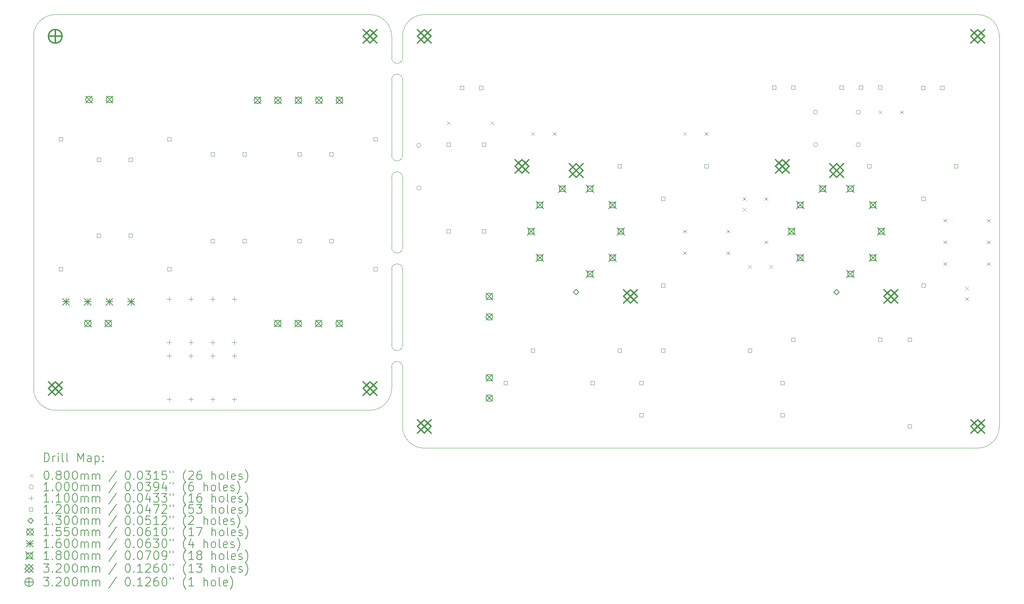
<source format=gbr>
%FSLAX45Y45*%
G04 Gerber Fmt 4.5, Leading zero omitted, Abs format (unit mm)*
G04 Created by KiCad (PCBNEW 6.0.6-3a73a75311~116~ubuntu22.04.1) date 2022-07-16 14:36:57*
%MOMM*%
%LPD*%
G01*
G04 APERTURE LIST*
%TA.AperFunction,Profile*%
%ADD10C,0.100000*%
%TD*%
%ADD11C,0.200000*%
%ADD12C,0.080000*%
%ADD13C,0.100000*%
%ADD14C,0.110000*%
%ADD15C,0.120000*%
%ADD16C,0.130000*%
%ADD17C,0.155000*%
%ADD18C,0.160000*%
%ADD19C,0.180000*%
%ADD20C,0.320000*%
G04 APERTURE END LIST*
D10*
X25654000Y-14605000D02*
G75*
G03*
X26162000Y-14097000I0J508000D01*
G01*
X3556000Y-13208000D02*
X3556000Y-4953000D01*
X4064000Y-4445000D02*
X11430000Y-4445000D01*
X11430000Y-13716000D02*
X4064000Y-13716000D01*
X3556000Y-13208000D02*
G75*
G03*
X4064000Y-13716000I508000J0D01*
G01*
X4064000Y-4445000D02*
G75*
G03*
X3556000Y-4953000I0J-508000D01*
G01*
X11938000Y-4953000D02*
G75*
G03*
X11430000Y-4445000I-508000J0D01*
G01*
X11430000Y-13716000D02*
G75*
G03*
X11938000Y-13208000I0J508000D01*
G01*
X11938000Y-13208000D02*
X11938000Y-12700000D01*
X12192000Y-14097000D02*
X12192000Y-12700000D01*
X11938000Y-12192000D02*
X11938000Y-10414000D01*
X12192000Y-12192000D02*
X12192000Y-10414000D01*
X11938000Y-8255000D02*
X11938000Y-9906000D01*
X12192000Y-9906000D02*
X12192000Y-8255000D01*
X11938000Y-7747000D02*
X11938000Y-5969000D01*
X12192000Y-5969000D02*
X12192000Y-7747000D01*
X11938000Y-5461000D02*
X11938000Y-4953000D01*
X12192000Y-5461000D02*
X12192000Y-4953000D01*
X12192000Y-5969000D02*
G75*
G03*
X11938000Y-5969000I-127000J0D01*
G01*
X26162000Y-4953000D02*
X26162000Y-14097000D01*
X11938000Y-12192000D02*
G75*
G03*
X12192000Y-12192000I127000J0D01*
G01*
X12192000Y-12700000D02*
G75*
G03*
X11938000Y-12700000I-127000J0D01*
G01*
X11938000Y-9906000D02*
G75*
G03*
X12192000Y-9906000I127000J0D01*
G01*
X12192000Y-4953000D02*
X12192000Y-4953000D01*
X12700000Y-4445000D02*
X25654000Y-4445000D01*
X12192000Y-14097000D02*
G75*
G03*
X12700000Y-14605000I508000J0D01*
G01*
X12700000Y-4445000D02*
G75*
G03*
X12192000Y-4953000I0J-508000D01*
G01*
X12192000Y-8255000D02*
G75*
G03*
X11938000Y-8255000I-127000J0D01*
G01*
X11938000Y-5461000D02*
G75*
G03*
X12192000Y-5461000I127000J0D01*
G01*
X11938000Y-7747000D02*
G75*
G03*
X12192000Y-7747000I127000J0D01*
G01*
X12192000Y-10414000D02*
G75*
G03*
X11938000Y-10414000I-127000J0D01*
G01*
X25654000Y-14605000D02*
X12700000Y-14605000D01*
X26162000Y-4953000D02*
G75*
G03*
X25654000Y-4445000I-508000J0D01*
G01*
D11*
D12*
X13231500Y-6945000D02*
X13311500Y-7025000D01*
X13311500Y-6945000D02*
X13231500Y-7025000D01*
X14247500Y-6945000D02*
X14327500Y-7025000D01*
X14327500Y-6945000D02*
X14247500Y-7025000D01*
X15208000Y-7199000D02*
X15288000Y-7279000D01*
X15288000Y-7199000D02*
X15208000Y-7279000D01*
X15708000Y-7199000D02*
X15788000Y-7279000D01*
X15788000Y-7199000D02*
X15708000Y-7279000D01*
X18756000Y-9485000D02*
X18836000Y-9565000D01*
X18836000Y-9485000D02*
X18756000Y-9565000D01*
X18756000Y-9993000D02*
X18836000Y-10073000D01*
X18836000Y-9993000D02*
X18756000Y-10073000D01*
X18764000Y-7199000D02*
X18844000Y-7279000D01*
X18844000Y-7199000D02*
X18764000Y-7279000D01*
X19264000Y-7199000D02*
X19344000Y-7279000D01*
X19344000Y-7199000D02*
X19264000Y-7279000D01*
X19772000Y-9485000D02*
X19852000Y-9565000D01*
X19852000Y-9485000D02*
X19772000Y-9565000D01*
X19772000Y-9993000D02*
X19852000Y-10073000D01*
X19852000Y-9993000D02*
X19772000Y-10073000D01*
X20153000Y-8723000D02*
X20233000Y-8803000D01*
X20233000Y-8723000D02*
X20153000Y-8803000D01*
X20153000Y-8973000D02*
X20233000Y-9053000D01*
X20233000Y-8973000D02*
X20153000Y-9053000D01*
X20280000Y-10310500D02*
X20360000Y-10390500D01*
X20360000Y-10310500D02*
X20280000Y-10390500D01*
X20661000Y-8723000D02*
X20741000Y-8803000D01*
X20741000Y-8723000D02*
X20661000Y-8803000D01*
X20661000Y-9739000D02*
X20741000Y-9819000D01*
X20741000Y-9739000D02*
X20661000Y-9819000D01*
X20780000Y-10310500D02*
X20860000Y-10390500D01*
X20860000Y-10310500D02*
X20780000Y-10390500D01*
X23336000Y-6691000D02*
X23416000Y-6771000D01*
X23416000Y-6691000D02*
X23336000Y-6771000D01*
X23836000Y-6691000D02*
X23916000Y-6771000D01*
X23916000Y-6691000D02*
X23836000Y-6771000D01*
X24852000Y-9231000D02*
X24932000Y-9311000D01*
X24932000Y-9231000D02*
X24852000Y-9311000D01*
X24852000Y-9739000D02*
X24932000Y-9819000D01*
X24932000Y-9739000D02*
X24852000Y-9819000D01*
X24852000Y-10247000D02*
X24932000Y-10327000D01*
X24932000Y-10247000D02*
X24852000Y-10327000D01*
X25360000Y-10818500D02*
X25440000Y-10898500D01*
X25440000Y-10818500D02*
X25360000Y-10898500D01*
X25360000Y-11068500D02*
X25440000Y-11148500D01*
X25440000Y-11068500D02*
X25360000Y-11148500D01*
X25868000Y-9231000D02*
X25948000Y-9311000D01*
X25948000Y-9231000D02*
X25868000Y-9311000D01*
X25868000Y-9739000D02*
X25948000Y-9819000D01*
X25948000Y-9739000D02*
X25868000Y-9819000D01*
X25868000Y-10247000D02*
X25948000Y-10327000D01*
X25948000Y-10247000D02*
X25868000Y-10327000D01*
D13*
X12623000Y-7509000D02*
G75*
G03*
X12623000Y-7509000I-50000J0D01*
G01*
X12623000Y-8509000D02*
G75*
G03*
X12623000Y-8509000I-50000J0D01*
G01*
X21910000Y-6731000D02*
G75*
G03*
X21910000Y-6731000I-50000J0D01*
G01*
X21910000Y-7493000D02*
G75*
G03*
X21910000Y-7493000I-50000J0D01*
G01*
X22910000Y-6731000D02*
G75*
G03*
X22910000Y-6731000I-50000J0D01*
G01*
X22910000Y-7493000D02*
G75*
G03*
X22910000Y-7493000I-50000J0D01*
G01*
D14*
X6731000Y-11057500D02*
X6731000Y-11167500D01*
X6676000Y-11112500D02*
X6786000Y-11112500D01*
X6731000Y-12073500D02*
X6731000Y-12183500D01*
X6676000Y-12128500D02*
X6786000Y-12128500D01*
X6731000Y-12391000D02*
X6731000Y-12501000D01*
X6676000Y-12446000D02*
X6786000Y-12446000D01*
X6731000Y-13407000D02*
X6731000Y-13517000D01*
X6676000Y-13462000D02*
X6786000Y-13462000D01*
X7239000Y-11057500D02*
X7239000Y-11167500D01*
X7184000Y-11112500D02*
X7294000Y-11112500D01*
X7239000Y-12073500D02*
X7239000Y-12183500D01*
X7184000Y-12128500D02*
X7294000Y-12128500D01*
X7239000Y-12391000D02*
X7239000Y-12501000D01*
X7184000Y-12446000D02*
X7294000Y-12446000D01*
X7239000Y-13407000D02*
X7239000Y-13517000D01*
X7184000Y-13462000D02*
X7294000Y-13462000D01*
X7747000Y-11057500D02*
X7747000Y-11167500D01*
X7692000Y-11112500D02*
X7802000Y-11112500D01*
X7747000Y-12073500D02*
X7747000Y-12183500D01*
X7692000Y-12128500D02*
X7802000Y-12128500D01*
X7747000Y-12391000D02*
X7747000Y-12501000D01*
X7692000Y-12446000D02*
X7802000Y-12446000D01*
X7747000Y-13407000D02*
X7747000Y-13517000D01*
X7692000Y-13462000D02*
X7802000Y-13462000D01*
X8255000Y-11057500D02*
X8255000Y-11167500D01*
X8200000Y-11112500D02*
X8310000Y-11112500D01*
X8255000Y-12073500D02*
X8255000Y-12183500D01*
X8200000Y-12128500D02*
X8310000Y-12128500D01*
X8255000Y-12391000D02*
X8255000Y-12501000D01*
X8200000Y-12446000D02*
X8310000Y-12446000D01*
X8255000Y-13407000D02*
X8255000Y-13517000D01*
X8200000Y-13462000D02*
X8310000Y-13462000D01*
D15*
X4233427Y-7408427D02*
X4233427Y-7323573D01*
X4148573Y-7323573D01*
X4148573Y-7408427D01*
X4233427Y-7408427D01*
X4233427Y-10456427D02*
X4233427Y-10371573D01*
X4148573Y-10371573D01*
X4148573Y-10456427D01*
X4233427Y-10456427D01*
X5122427Y-7891027D02*
X5122427Y-7806173D01*
X5037573Y-7806173D01*
X5037573Y-7891027D01*
X5122427Y-7891027D01*
X5122427Y-9669027D02*
X5122427Y-9584173D01*
X5037573Y-9584173D01*
X5037573Y-9669027D01*
X5122427Y-9669027D01*
X5872427Y-7891027D02*
X5872427Y-7806173D01*
X5787573Y-7806173D01*
X5787573Y-7891027D01*
X5872427Y-7891027D01*
X5872427Y-9669027D02*
X5872427Y-9584173D01*
X5787573Y-9584173D01*
X5787573Y-9669027D01*
X5872427Y-9669027D01*
X6773427Y-7408427D02*
X6773427Y-7323573D01*
X6688573Y-7323573D01*
X6688573Y-7408427D01*
X6773427Y-7408427D01*
X6773427Y-10456427D02*
X6773427Y-10371573D01*
X6688573Y-10371573D01*
X6688573Y-10456427D01*
X6773427Y-10456427D01*
X7789427Y-7764027D02*
X7789427Y-7679173D01*
X7704573Y-7679173D01*
X7704573Y-7764027D01*
X7789427Y-7764027D01*
X7789427Y-9796027D02*
X7789427Y-9711173D01*
X7704573Y-9711173D01*
X7704573Y-9796027D01*
X7789427Y-9796027D01*
X8539427Y-7764027D02*
X8539427Y-7679173D01*
X8454573Y-7679173D01*
X8454573Y-7764027D01*
X8539427Y-7764027D01*
X8539427Y-9796027D02*
X8539427Y-9711173D01*
X8454573Y-9711173D01*
X8454573Y-9796027D01*
X8539427Y-9796027D01*
X9821427Y-7764027D02*
X9821427Y-7679173D01*
X9736573Y-7679173D01*
X9736573Y-7764027D01*
X9821427Y-7764027D01*
X9821427Y-9796027D02*
X9821427Y-9711173D01*
X9736573Y-9711173D01*
X9736573Y-9796027D01*
X9821427Y-9796027D01*
X10571427Y-7764027D02*
X10571427Y-7679173D01*
X10486573Y-7679173D01*
X10486573Y-7764027D01*
X10571427Y-7764027D01*
X10571427Y-9796027D02*
X10571427Y-9711173D01*
X10486573Y-9711173D01*
X10486573Y-9796027D01*
X10571427Y-9796027D01*
X11599427Y-7408427D02*
X11599427Y-7323573D01*
X11514573Y-7323573D01*
X11514573Y-7408427D01*
X11599427Y-7408427D01*
X11599427Y-10456427D02*
X11599427Y-10371573D01*
X11514573Y-10371573D01*
X11514573Y-10456427D01*
X11599427Y-10456427D01*
X13313927Y-7535427D02*
X13313927Y-7450573D01*
X13229073Y-7450573D01*
X13229073Y-7535427D01*
X13313927Y-7535427D01*
X13313927Y-9567427D02*
X13313927Y-9482573D01*
X13229073Y-9482573D01*
X13229073Y-9567427D01*
X13313927Y-9567427D01*
X13625927Y-6201927D02*
X13625927Y-6117073D01*
X13541073Y-6117073D01*
X13541073Y-6201927D01*
X13625927Y-6201927D01*
X14075927Y-6201927D02*
X14075927Y-6117073D01*
X13991073Y-6117073D01*
X13991073Y-6201927D01*
X14075927Y-6201927D01*
X14139427Y-7535427D02*
X14139427Y-7450573D01*
X14054573Y-7450573D01*
X14054573Y-7535427D01*
X14139427Y-7535427D01*
X14139427Y-9567427D02*
X14139427Y-9482573D01*
X14054573Y-9482573D01*
X14054573Y-9567427D01*
X14139427Y-9567427D01*
X14647427Y-13123427D02*
X14647427Y-13038573D01*
X14562573Y-13038573D01*
X14562573Y-13123427D01*
X14647427Y-13123427D01*
X15282427Y-12361427D02*
X15282427Y-12276573D01*
X15197573Y-12276573D01*
X15197573Y-12361427D01*
X15282427Y-12361427D01*
X16679427Y-13123427D02*
X16679427Y-13038573D01*
X16594573Y-13038573D01*
X16594573Y-13123427D01*
X16679427Y-13123427D01*
X17314427Y-8043427D02*
X17314427Y-7958573D01*
X17229573Y-7958573D01*
X17229573Y-8043427D01*
X17314427Y-8043427D01*
X17314427Y-12361427D02*
X17314427Y-12276573D01*
X17229573Y-12276573D01*
X17229573Y-12361427D01*
X17314427Y-12361427D01*
X17822427Y-13123427D02*
X17822427Y-13038573D01*
X17737573Y-13038573D01*
X17737573Y-13123427D01*
X17822427Y-13123427D01*
X17822427Y-13873427D02*
X17822427Y-13788573D01*
X17737573Y-13788573D01*
X17737573Y-13873427D01*
X17822427Y-13873427D01*
X18330427Y-8805427D02*
X18330427Y-8720573D01*
X18245573Y-8720573D01*
X18245573Y-8805427D01*
X18330427Y-8805427D01*
X18330427Y-10837427D02*
X18330427Y-10752573D01*
X18245573Y-10752573D01*
X18245573Y-10837427D01*
X18330427Y-10837427D01*
X18330427Y-12361427D02*
X18330427Y-12276573D01*
X18245573Y-12276573D01*
X18245573Y-12361427D01*
X18330427Y-12361427D01*
X19346427Y-8043427D02*
X19346427Y-7958573D01*
X19261573Y-7958573D01*
X19261573Y-8043427D01*
X19346427Y-8043427D01*
X20362427Y-12361427D02*
X20362427Y-12276573D01*
X20277573Y-12276573D01*
X20277573Y-12361427D01*
X20362427Y-12361427D01*
X20928427Y-6195427D02*
X20928427Y-6110573D01*
X20843573Y-6110573D01*
X20843573Y-6195427D01*
X20928427Y-6195427D01*
X21124427Y-13123427D02*
X21124427Y-13038573D01*
X21039573Y-13038573D01*
X21039573Y-13123427D01*
X21124427Y-13123427D01*
X21124427Y-13873427D02*
X21124427Y-13788573D01*
X21039573Y-13788573D01*
X21039573Y-13873427D01*
X21124427Y-13873427D01*
X21378427Y-6195427D02*
X21378427Y-6110573D01*
X21293573Y-6110573D01*
X21293573Y-6195427D01*
X21378427Y-6195427D01*
X21378427Y-12107427D02*
X21378427Y-12022573D01*
X21293573Y-12022573D01*
X21293573Y-12107427D01*
X21378427Y-12107427D01*
X22510427Y-6195427D02*
X22510427Y-6110573D01*
X22425573Y-6110573D01*
X22425573Y-6195427D01*
X22510427Y-6195427D01*
X22960427Y-6195427D02*
X22960427Y-6110573D01*
X22875573Y-6110573D01*
X22875573Y-6195427D01*
X22960427Y-6195427D01*
X23156427Y-8043427D02*
X23156427Y-7958573D01*
X23071573Y-7958573D01*
X23071573Y-8043427D01*
X23156427Y-8043427D01*
X23410427Y-6195427D02*
X23410427Y-6110573D01*
X23325573Y-6110573D01*
X23325573Y-6195427D01*
X23410427Y-6195427D01*
X23410427Y-12107427D02*
X23410427Y-12022573D01*
X23325573Y-12022573D01*
X23325573Y-12107427D01*
X23410427Y-12107427D01*
X24108927Y-12107427D02*
X24108927Y-12022573D01*
X24024073Y-12022573D01*
X24024073Y-12107427D01*
X24108927Y-12107427D01*
X24108927Y-14139427D02*
X24108927Y-14054573D01*
X24024073Y-14054573D01*
X24024073Y-14139427D01*
X24108927Y-14139427D01*
X24420927Y-6201927D02*
X24420927Y-6117073D01*
X24336073Y-6117073D01*
X24336073Y-6201927D01*
X24420927Y-6201927D01*
X24426427Y-8805427D02*
X24426427Y-8720573D01*
X24341573Y-8720573D01*
X24341573Y-8805427D01*
X24426427Y-8805427D01*
X24426427Y-10837427D02*
X24426427Y-10752573D01*
X24341573Y-10752573D01*
X24341573Y-10837427D01*
X24426427Y-10837427D01*
X24870927Y-6201927D02*
X24870927Y-6117073D01*
X24786073Y-6117073D01*
X24786073Y-6201927D01*
X24870927Y-6201927D01*
X25188427Y-8043427D02*
X25188427Y-7958573D01*
X25103573Y-7958573D01*
X25103573Y-8043427D01*
X25188427Y-8043427D01*
D16*
X16256000Y-11015000D02*
X16321000Y-10950000D01*
X16256000Y-10885000D01*
X16191000Y-10950000D01*
X16256000Y-11015000D01*
X22352000Y-11015000D02*
X22417000Y-10950000D01*
X22352000Y-10885000D01*
X22287000Y-10950000D01*
X22352000Y-11015000D01*
D17*
X4748500Y-11606500D02*
X4903500Y-11761500D01*
X4903500Y-11606500D02*
X4748500Y-11761500D01*
X4903500Y-11684000D02*
G75*
G03*
X4903500Y-11684000I-77500J0D01*
G01*
X4776500Y-6357100D02*
X4931500Y-6512100D01*
X4931500Y-6357100D02*
X4776500Y-6512100D01*
X4931500Y-6434600D02*
G75*
G03*
X4931500Y-6434600I-77500J0D01*
G01*
X5228500Y-11606500D02*
X5383500Y-11761500D01*
X5383500Y-11606500D02*
X5228500Y-11761500D01*
X5383500Y-11684000D02*
G75*
G03*
X5383500Y-11684000I-77500J0D01*
G01*
X5256500Y-6357100D02*
X5411500Y-6512100D01*
X5411500Y-6357100D02*
X5256500Y-6512100D01*
X5411500Y-6434600D02*
G75*
G03*
X5411500Y-6434600I-77500J0D01*
G01*
X8718700Y-6374100D02*
X8873700Y-6529100D01*
X8873700Y-6374100D02*
X8718700Y-6529100D01*
X8873700Y-6451600D02*
G75*
G03*
X8873700Y-6451600I-77500J0D01*
G01*
X9193500Y-11606500D02*
X9348500Y-11761500D01*
X9348500Y-11606500D02*
X9193500Y-11761500D01*
X9348500Y-11684000D02*
G75*
G03*
X9348500Y-11684000I-77500J0D01*
G01*
X9198700Y-6374100D02*
X9353700Y-6529100D01*
X9353700Y-6374100D02*
X9198700Y-6529100D01*
X9353700Y-6451600D02*
G75*
G03*
X9353700Y-6451600I-77500J0D01*
G01*
X9673500Y-11606500D02*
X9828500Y-11761500D01*
X9828500Y-11606500D02*
X9673500Y-11761500D01*
X9828500Y-11684000D02*
G75*
G03*
X9828500Y-11684000I-77500J0D01*
G01*
X9678700Y-6374100D02*
X9833700Y-6529100D01*
X9833700Y-6374100D02*
X9678700Y-6529100D01*
X9833700Y-6451600D02*
G75*
G03*
X9833700Y-6451600I-77500J0D01*
G01*
X10153500Y-11606500D02*
X10308500Y-11761500D01*
X10308500Y-11606500D02*
X10153500Y-11761500D01*
X10308500Y-11684000D02*
G75*
G03*
X10308500Y-11684000I-77500J0D01*
G01*
X10158700Y-6374100D02*
X10313700Y-6529100D01*
X10313700Y-6374100D02*
X10158700Y-6529100D01*
X10313700Y-6451600D02*
G75*
G03*
X10313700Y-6451600I-77500J0D01*
G01*
X10633500Y-11606500D02*
X10788500Y-11761500D01*
X10788500Y-11606500D02*
X10633500Y-11761500D01*
X10788500Y-11684000D02*
G75*
G03*
X10788500Y-11684000I-77500J0D01*
G01*
X10638700Y-6374100D02*
X10793700Y-6529100D01*
X10793700Y-6374100D02*
X10638700Y-6529100D01*
X10793700Y-6451600D02*
G75*
G03*
X10793700Y-6451600I-77500J0D01*
G01*
X14146500Y-10971500D02*
X14301500Y-11126500D01*
X14301500Y-10971500D02*
X14146500Y-11126500D01*
X14301500Y-11049000D02*
G75*
G03*
X14301500Y-11049000I-77500J0D01*
G01*
X14146500Y-11451500D02*
X14301500Y-11606500D01*
X14301500Y-11451500D02*
X14146500Y-11606500D01*
X14301500Y-11529000D02*
G75*
G03*
X14301500Y-11529000I-77500J0D01*
G01*
X14146500Y-12876500D02*
X14301500Y-13031500D01*
X14301500Y-12876500D02*
X14146500Y-13031500D01*
X14301500Y-12954000D02*
G75*
G03*
X14301500Y-12954000I-77500J0D01*
G01*
X14146500Y-13356500D02*
X14301500Y-13511500D01*
X14301500Y-13356500D02*
X14146500Y-13511500D01*
X14301500Y-13434000D02*
G75*
G03*
X14301500Y-13434000I-77500J0D01*
G01*
D18*
X4238000Y-11096000D02*
X4398000Y-11256000D01*
X4398000Y-11096000D02*
X4238000Y-11256000D01*
X4318000Y-11096000D02*
X4318000Y-11256000D01*
X4238000Y-11176000D02*
X4398000Y-11176000D01*
X4746000Y-11096000D02*
X4906000Y-11256000D01*
X4906000Y-11096000D02*
X4746000Y-11256000D01*
X4826000Y-11096000D02*
X4826000Y-11256000D01*
X4746000Y-11176000D02*
X4906000Y-11176000D01*
X5254000Y-11096000D02*
X5414000Y-11256000D01*
X5414000Y-11096000D02*
X5254000Y-11256000D01*
X5334000Y-11096000D02*
X5334000Y-11256000D01*
X5254000Y-11176000D02*
X5414000Y-11176000D01*
X5762000Y-11096000D02*
X5922000Y-11256000D01*
X5922000Y-11096000D02*
X5762000Y-11256000D01*
X5842000Y-11096000D02*
X5842000Y-11256000D01*
X5762000Y-11176000D02*
X5922000Y-11176000D01*
D19*
X15116000Y-9435000D02*
X15296000Y-9615000D01*
X15296000Y-9435000D02*
X15116000Y-9615000D01*
X15269640Y-9588640D02*
X15269640Y-9461360D01*
X15142360Y-9461360D01*
X15142360Y-9588640D01*
X15269640Y-9588640D01*
X15316532Y-8817826D02*
X15496532Y-8997826D01*
X15496532Y-8817826D02*
X15316532Y-8997826D01*
X15470172Y-8971466D02*
X15470172Y-8844185D01*
X15342892Y-8844185D01*
X15342892Y-8971466D01*
X15470172Y-8971466D01*
X15316532Y-10052175D02*
X15496532Y-10232175D01*
X15496532Y-10052175D02*
X15316532Y-10232175D01*
X15470172Y-10205815D02*
X15470172Y-10078534D01*
X15342892Y-10078534D01*
X15342892Y-10205815D01*
X15470172Y-10205815D01*
X15841532Y-8436391D02*
X16021532Y-8616391D01*
X16021532Y-8436391D02*
X15841532Y-8616391D01*
X15995172Y-8590031D02*
X15995172Y-8462751D01*
X15867892Y-8462751D01*
X15867892Y-8590031D01*
X15995172Y-8590031D01*
X16490468Y-8436391D02*
X16670468Y-8616391D01*
X16670468Y-8436391D02*
X16490468Y-8616391D01*
X16644108Y-8590031D02*
X16644108Y-8462751D01*
X16516828Y-8462751D01*
X16516828Y-8590031D01*
X16644108Y-8590031D01*
X16490468Y-10433609D02*
X16670468Y-10613609D01*
X16670468Y-10433609D02*
X16490468Y-10613609D01*
X16644108Y-10587250D02*
X16644108Y-10459969D01*
X16516828Y-10459969D01*
X16516828Y-10587250D01*
X16644108Y-10587250D01*
X17015468Y-8817826D02*
X17195468Y-8997826D01*
X17195468Y-8817826D02*
X17015468Y-8997826D01*
X17169108Y-8971466D02*
X17169108Y-8844185D01*
X17041828Y-8844185D01*
X17041828Y-8971466D01*
X17169108Y-8971466D01*
X17015468Y-10052175D02*
X17195468Y-10232175D01*
X17195468Y-10052175D02*
X17015468Y-10232175D01*
X17169108Y-10205815D02*
X17169108Y-10078534D01*
X17041828Y-10078534D01*
X17041828Y-10205815D01*
X17169108Y-10205815D01*
X17216000Y-9435000D02*
X17396000Y-9615000D01*
X17396000Y-9435000D02*
X17216000Y-9615000D01*
X17369640Y-9588640D02*
X17369640Y-9461360D01*
X17242360Y-9461360D01*
X17242360Y-9588640D01*
X17369640Y-9588640D01*
X21212000Y-9435000D02*
X21392000Y-9615000D01*
X21392000Y-9435000D02*
X21212000Y-9615000D01*
X21365640Y-9588640D02*
X21365640Y-9461360D01*
X21238360Y-9461360D01*
X21238360Y-9588640D01*
X21365640Y-9588640D01*
X21412532Y-8817826D02*
X21592532Y-8997826D01*
X21592532Y-8817826D02*
X21412532Y-8997826D01*
X21566172Y-8971466D02*
X21566172Y-8844185D01*
X21438892Y-8844185D01*
X21438892Y-8971466D01*
X21566172Y-8971466D01*
X21412532Y-10052175D02*
X21592532Y-10232175D01*
X21592532Y-10052175D02*
X21412532Y-10232175D01*
X21566172Y-10205815D02*
X21566172Y-10078534D01*
X21438892Y-10078534D01*
X21438892Y-10205815D01*
X21566172Y-10205815D01*
X21937532Y-8436391D02*
X22117532Y-8616391D01*
X22117532Y-8436391D02*
X21937532Y-8616391D01*
X22091172Y-8590031D02*
X22091172Y-8462751D01*
X21963892Y-8462751D01*
X21963892Y-8590031D01*
X22091172Y-8590031D01*
X22586468Y-8436391D02*
X22766468Y-8616391D01*
X22766468Y-8436391D02*
X22586468Y-8616391D01*
X22740108Y-8590031D02*
X22740108Y-8462751D01*
X22612828Y-8462751D01*
X22612828Y-8590031D01*
X22740108Y-8590031D01*
X22586468Y-10433609D02*
X22766468Y-10613609D01*
X22766468Y-10433609D02*
X22586468Y-10613609D01*
X22740108Y-10587250D02*
X22740108Y-10459969D01*
X22612828Y-10459969D01*
X22612828Y-10587250D01*
X22740108Y-10587250D01*
X23111468Y-8817826D02*
X23291468Y-8997826D01*
X23291468Y-8817826D02*
X23111468Y-8997826D01*
X23265108Y-8971466D02*
X23265108Y-8844185D01*
X23137828Y-8844185D01*
X23137828Y-8971466D01*
X23265108Y-8971466D01*
X23111468Y-10052175D02*
X23291468Y-10232175D01*
X23291468Y-10052175D02*
X23111468Y-10232175D01*
X23265108Y-10205815D02*
X23265108Y-10078534D01*
X23137828Y-10078534D01*
X23137828Y-10205815D01*
X23265108Y-10205815D01*
X23312000Y-9435000D02*
X23492000Y-9615000D01*
X23492000Y-9435000D02*
X23312000Y-9615000D01*
X23465640Y-9588640D02*
X23465640Y-9461360D01*
X23338360Y-9461360D01*
X23338360Y-9588640D01*
X23465640Y-9588640D01*
D20*
X3904000Y-13048000D02*
X4224000Y-13368000D01*
X4224000Y-13048000D02*
X3904000Y-13368000D01*
X4064000Y-13368000D02*
X4224000Y-13208000D01*
X4064000Y-13048000D01*
X3904000Y-13208000D01*
X4064000Y-13368000D01*
X11270000Y-4793000D02*
X11590000Y-5113000D01*
X11590000Y-4793000D02*
X11270000Y-5113000D01*
X11430000Y-5113000D02*
X11590000Y-4953000D01*
X11430000Y-4793000D01*
X11270000Y-4953000D01*
X11430000Y-5113000D01*
X11270000Y-13048000D02*
X11590000Y-13368000D01*
X11590000Y-13048000D02*
X11270000Y-13368000D01*
X11430000Y-13368000D02*
X11590000Y-13208000D01*
X11430000Y-13048000D01*
X11270000Y-13208000D01*
X11430000Y-13368000D01*
X12540000Y-4793000D02*
X12860000Y-5113000D01*
X12860000Y-4793000D02*
X12540000Y-5113000D01*
X12700000Y-5113000D02*
X12860000Y-4953000D01*
X12700000Y-4793000D01*
X12540000Y-4953000D01*
X12700000Y-5113000D01*
X12540000Y-13937000D02*
X12860000Y-14257000D01*
X12860000Y-13937000D02*
X12540000Y-14257000D01*
X12700000Y-14257000D02*
X12860000Y-14097000D01*
X12700000Y-13937000D01*
X12540000Y-14097000D01*
X12700000Y-14257000D01*
X14826000Y-7841000D02*
X15146000Y-8161000D01*
X15146000Y-7841000D02*
X14826000Y-8161000D01*
X14986000Y-8161000D02*
X15146000Y-8001000D01*
X14986000Y-7841000D01*
X14826000Y-8001000D01*
X14986000Y-8161000D01*
X16096000Y-7940000D02*
X16416000Y-8260000D01*
X16416000Y-7940000D02*
X16096000Y-8260000D01*
X16256000Y-8260000D02*
X16416000Y-8100000D01*
X16256000Y-7940000D01*
X16096000Y-8100000D01*
X16256000Y-8260000D01*
X17366000Y-10889000D02*
X17686000Y-11209000D01*
X17686000Y-10889000D02*
X17366000Y-11209000D01*
X17526000Y-11209000D02*
X17686000Y-11049000D01*
X17526000Y-10889000D01*
X17366000Y-11049000D01*
X17526000Y-11209000D01*
X20922000Y-7841000D02*
X21242000Y-8161000D01*
X21242000Y-7841000D02*
X20922000Y-8161000D01*
X21082000Y-8161000D02*
X21242000Y-8001000D01*
X21082000Y-7841000D01*
X20922000Y-8001000D01*
X21082000Y-8161000D01*
X22192000Y-7940000D02*
X22512000Y-8260000D01*
X22512000Y-7940000D02*
X22192000Y-8260000D01*
X22352000Y-8260000D02*
X22512000Y-8100000D01*
X22352000Y-7940000D01*
X22192000Y-8100000D01*
X22352000Y-8260000D01*
X23462000Y-10889000D02*
X23782000Y-11209000D01*
X23782000Y-10889000D02*
X23462000Y-11209000D01*
X23622000Y-11209000D02*
X23782000Y-11049000D01*
X23622000Y-10889000D01*
X23462000Y-11049000D01*
X23622000Y-11209000D01*
X25494000Y-4793000D02*
X25814000Y-5113000D01*
X25814000Y-4793000D02*
X25494000Y-5113000D01*
X25654000Y-5113000D02*
X25814000Y-4953000D01*
X25654000Y-4793000D01*
X25494000Y-4953000D01*
X25654000Y-5113000D01*
X25494000Y-13937000D02*
X25814000Y-14257000D01*
X25814000Y-13937000D02*
X25494000Y-14257000D01*
X25654000Y-14257000D02*
X25814000Y-14097000D01*
X25654000Y-13937000D01*
X25494000Y-14097000D01*
X25654000Y-14257000D01*
X4064000Y-4793000D02*
X4064000Y-5113000D01*
X3904000Y-4953000D02*
X4224000Y-4953000D01*
X4224000Y-4953000D02*
G75*
G03*
X4224000Y-4953000I-160000J0D01*
G01*
D11*
X3808619Y-14920476D02*
X3808619Y-14720476D01*
X3856238Y-14720476D01*
X3884809Y-14730000D01*
X3903857Y-14749048D01*
X3913381Y-14768095D01*
X3922905Y-14806190D01*
X3922905Y-14834762D01*
X3913381Y-14872857D01*
X3903857Y-14891905D01*
X3884809Y-14910952D01*
X3856238Y-14920476D01*
X3808619Y-14920476D01*
X4008619Y-14920476D02*
X4008619Y-14787143D01*
X4008619Y-14825238D02*
X4018143Y-14806190D01*
X4027667Y-14796667D01*
X4046714Y-14787143D01*
X4065762Y-14787143D01*
X4132428Y-14920476D02*
X4132428Y-14787143D01*
X4132428Y-14720476D02*
X4122905Y-14730000D01*
X4132428Y-14739524D01*
X4141952Y-14730000D01*
X4132428Y-14720476D01*
X4132428Y-14739524D01*
X4256238Y-14920476D02*
X4237190Y-14910952D01*
X4227667Y-14891905D01*
X4227667Y-14720476D01*
X4361000Y-14920476D02*
X4341952Y-14910952D01*
X4332429Y-14891905D01*
X4332429Y-14720476D01*
X4589571Y-14920476D02*
X4589571Y-14720476D01*
X4656238Y-14863333D01*
X4722905Y-14720476D01*
X4722905Y-14920476D01*
X4903857Y-14920476D02*
X4903857Y-14815714D01*
X4894333Y-14796667D01*
X4875286Y-14787143D01*
X4837190Y-14787143D01*
X4818143Y-14796667D01*
X4903857Y-14910952D02*
X4884810Y-14920476D01*
X4837190Y-14920476D01*
X4818143Y-14910952D01*
X4808619Y-14891905D01*
X4808619Y-14872857D01*
X4818143Y-14853809D01*
X4837190Y-14844286D01*
X4884810Y-14844286D01*
X4903857Y-14834762D01*
X4999095Y-14787143D02*
X4999095Y-14987143D01*
X4999095Y-14796667D02*
X5018143Y-14787143D01*
X5056238Y-14787143D01*
X5075286Y-14796667D01*
X5084810Y-14806190D01*
X5094333Y-14825238D01*
X5094333Y-14882381D01*
X5084810Y-14901428D01*
X5075286Y-14910952D01*
X5056238Y-14920476D01*
X5018143Y-14920476D01*
X4999095Y-14910952D01*
X5180048Y-14901428D02*
X5189571Y-14910952D01*
X5180048Y-14920476D01*
X5170524Y-14910952D01*
X5180048Y-14901428D01*
X5180048Y-14920476D01*
X5180048Y-14796667D02*
X5189571Y-14806190D01*
X5180048Y-14815714D01*
X5170524Y-14806190D01*
X5180048Y-14796667D01*
X5180048Y-14815714D01*
D12*
X3471000Y-15210000D02*
X3551000Y-15290000D01*
X3551000Y-15210000D02*
X3471000Y-15290000D01*
D11*
X3846714Y-15140476D02*
X3865762Y-15140476D01*
X3884809Y-15150000D01*
X3894333Y-15159524D01*
X3903857Y-15178571D01*
X3913381Y-15216667D01*
X3913381Y-15264286D01*
X3903857Y-15302381D01*
X3894333Y-15321428D01*
X3884809Y-15330952D01*
X3865762Y-15340476D01*
X3846714Y-15340476D01*
X3827667Y-15330952D01*
X3818143Y-15321428D01*
X3808619Y-15302381D01*
X3799095Y-15264286D01*
X3799095Y-15216667D01*
X3808619Y-15178571D01*
X3818143Y-15159524D01*
X3827667Y-15150000D01*
X3846714Y-15140476D01*
X3999095Y-15321428D02*
X4008619Y-15330952D01*
X3999095Y-15340476D01*
X3989571Y-15330952D01*
X3999095Y-15321428D01*
X3999095Y-15340476D01*
X4122905Y-15226190D02*
X4103857Y-15216667D01*
X4094333Y-15207143D01*
X4084809Y-15188095D01*
X4084809Y-15178571D01*
X4094333Y-15159524D01*
X4103857Y-15150000D01*
X4122905Y-15140476D01*
X4161000Y-15140476D01*
X4180048Y-15150000D01*
X4189571Y-15159524D01*
X4199095Y-15178571D01*
X4199095Y-15188095D01*
X4189571Y-15207143D01*
X4180048Y-15216667D01*
X4161000Y-15226190D01*
X4122905Y-15226190D01*
X4103857Y-15235714D01*
X4094333Y-15245238D01*
X4084809Y-15264286D01*
X4084809Y-15302381D01*
X4094333Y-15321428D01*
X4103857Y-15330952D01*
X4122905Y-15340476D01*
X4161000Y-15340476D01*
X4180048Y-15330952D01*
X4189571Y-15321428D01*
X4199095Y-15302381D01*
X4199095Y-15264286D01*
X4189571Y-15245238D01*
X4180048Y-15235714D01*
X4161000Y-15226190D01*
X4322905Y-15140476D02*
X4341952Y-15140476D01*
X4361000Y-15150000D01*
X4370524Y-15159524D01*
X4380048Y-15178571D01*
X4389571Y-15216667D01*
X4389571Y-15264286D01*
X4380048Y-15302381D01*
X4370524Y-15321428D01*
X4361000Y-15330952D01*
X4341952Y-15340476D01*
X4322905Y-15340476D01*
X4303857Y-15330952D01*
X4294333Y-15321428D01*
X4284810Y-15302381D01*
X4275286Y-15264286D01*
X4275286Y-15216667D01*
X4284810Y-15178571D01*
X4294333Y-15159524D01*
X4303857Y-15150000D01*
X4322905Y-15140476D01*
X4513381Y-15140476D02*
X4532429Y-15140476D01*
X4551476Y-15150000D01*
X4561000Y-15159524D01*
X4570524Y-15178571D01*
X4580048Y-15216667D01*
X4580048Y-15264286D01*
X4570524Y-15302381D01*
X4561000Y-15321428D01*
X4551476Y-15330952D01*
X4532429Y-15340476D01*
X4513381Y-15340476D01*
X4494333Y-15330952D01*
X4484810Y-15321428D01*
X4475286Y-15302381D01*
X4465762Y-15264286D01*
X4465762Y-15216667D01*
X4475286Y-15178571D01*
X4484810Y-15159524D01*
X4494333Y-15150000D01*
X4513381Y-15140476D01*
X4665762Y-15340476D02*
X4665762Y-15207143D01*
X4665762Y-15226190D02*
X4675286Y-15216667D01*
X4694333Y-15207143D01*
X4722905Y-15207143D01*
X4741952Y-15216667D01*
X4751476Y-15235714D01*
X4751476Y-15340476D01*
X4751476Y-15235714D02*
X4761000Y-15216667D01*
X4780048Y-15207143D01*
X4808619Y-15207143D01*
X4827667Y-15216667D01*
X4837190Y-15235714D01*
X4837190Y-15340476D01*
X4932429Y-15340476D02*
X4932429Y-15207143D01*
X4932429Y-15226190D02*
X4941952Y-15216667D01*
X4961000Y-15207143D01*
X4989571Y-15207143D01*
X5008619Y-15216667D01*
X5018143Y-15235714D01*
X5018143Y-15340476D01*
X5018143Y-15235714D02*
X5027667Y-15216667D01*
X5046714Y-15207143D01*
X5075286Y-15207143D01*
X5094333Y-15216667D01*
X5103857Y-15235714D01*
X5103857Y-15340476D01*
X5494333Y-15130952D02*
X5322905Y-15388095D01*
X5751476Y-15140476D02*
X5770524Y-15140476D01*
X5789571Y-15150000D01*
X5799095Y-15159524D01*
X5808619Y-15178571D01*
X5818143Y-15216667D01*
X5818143Y-15264286D01*
X5808619Y-15302381D01*
X5799095Y-15321428D01*
X5789571Y-15330952D01*
X5770524Y-15340476D01*
X5751476Y-15340476D01*
X5732428Y-15330952D01*
X5722905Y-15321428D01*
X5713381Y-15302381D01*
X5703857Y-15264286D01*
X5703857Y-15216667D01*
X5713381Y-15178571D01*
X5722905Y-15159524D01*
X5732428Y-15150000D01*
X5751476Y-15140476D01*
X5903857Y-15321428D02*
X5913381Y-15330952D01*
X5903857Y-15340476D01*
X5894333Y-15330952D01*
X5903857Y-15321428D01*
X5903857Y-15340476D01*
X6037190Y-15140476D02*
X6056238Y-15140476D01*
X6075286Y-15150000D01*
X6084809Y-15159524D01*
X6094333Y-15178571D01*
X6103857Y-15216667D01*
X6103857Y-15264286D01*
X6094333Y-15302381D01*
X6084809Y-15321428D01*
X6075286Y-15330952D01*
X6056238Y-15340476D01*
X6037190Y-15340476D01*
X6018143Y-15330952D01*
X6008619Y-15321428D01*
X5999095Y-15302381D01*
X5989571Y-15264286D01*
X5989571Y-15216667D01*
X5999095Y-15178571D01*
X6008619Y-15159524D01*
X6018143Y-15150000D01*
X6037190Y-15140476D01*
X6170524Y-15140476D02*
X6294333Y-15140476D01*
X6227667Y-15216667D01*
X6256238Y-15216667D01*
X6275286Y-15226190D01*
X6284809Y-15235714D01*
X6294333Y-15254762D01*
X6294333Y-15302381D01*
X6284809Y-15321428D01*
X6275286Y-15330952D01*
X6256238Y-15340476D01*
X6199095Y-15340476D01*
X6180048Y-15330952D01*
X6170524Y-15321428D01*
X6484809Y-15340476D02*
X6370524Y-15340476D01*
X6427667Y-15340476D02*
X6427667Y-15140476D01*
X6408619Y-15169048D01*
X6389571Y-15188095D01*
X6370524Y-15197619D01*
X6665762Y-15140476D02*
X6570524Y-15140476D01*
X6561000Y-15235714D01*
X6570524Y-15226190D01*
X6589571Y-15216667D01*
X6637190Y-15216667D01*
X6656238Y-15226190D01*
X6665762Y-15235714D01*
X6675286Y-15254762D01*
X6675286Y-15302381D01*
X6665762Y-15321428D01*
X6656238Y-15330952D01*
X6637190Y-15340476D01*
X6589571Y-15340476D01*
X6570524Y-15330952D01*
X6561000Y-15321428D01*
X6751476Y-15140476D02*
X6751476Y-15178571D01*
X6827667Y-15140476D02*
X6827667Y-15178571D01*
X7122905Y-15416667D02*
X7113381Y-15407143D01*
X7094333Y-15378571D01*
X7084809Y-15359524D01*
X7075286Y-15330952D01*
X7065762Y-15283333D01*
X7065762Y-15245238D01*
X7075286Y-15197619D01*
X7084809Y-15169048D01*
X7094333Y-15150000D01*
X7113381Y-15121428D01*
X7122905Y-15111905D01*
X7189571Y-15159524D02*
X7199095Y-15150000D01*
X7218143Y-15140476D01*
X7265762Y-15140476D01*
X7284809Y-15150000D01*
X7294333Y-15159524D01*
X7303857Y-15178571D01*
X7303857Y-15197619D01*
X7294333Y-15226190D01*
X7180048Y-15340476D01*
X7303857Y-15340476D01*
X7475286Y-15140476D02*
X7437190Y-15140476D01*
X7418143Y-15150000D01*
X7408619Y-15159524D01*
X7389571Y-15188095D01*
X7380048Y-15226190D01*
X7380048Y-15302381D01*
X7389571Y-15321428D01*
X7399095Y-15330952D01*
X7418143Y-15340476D01*
X7456238Y-15340476D01*
X7475286Y-15330952D01*
X7484809Y-15321428D01*
X7494333Y-15302381D01*
X7494333Y-15254762D01*
X7484809Y-15235714D01*
X7475286Y-15226190D01*
X7456238Y-15216667D01*
X7418143Y-15216667D01*
X7399095Y-15226190D01*
X7389571Y-15235714D01*
X7380048Y-15254762D01*
X7732428Y-15340476D02*
X7732428Y-15140476D01*
X7818143Y-15340476D02*
X7818143Y-15235714D01*
X7808619Y-15216667D01*
X7789571Y-15207143D01*
X7761000Y-15207143D01*
X7741952Y-15216667D01*
X7732428Y-15226190D01*
X7941952Y-15340476D02*
X7922905Y-15330952D01*
X7913381Y-15321428D01*
X7903857Y-15302381D01*
X7903857Y-15245238D01*
X7913381Y-15226190D01*
X7922905Y-15216667D01*
X7941952Y-15207143D01*
X7970524Y-15207143D01*
X7989571Y-15216667D01*
X7999095Y-15226190D01*
X8008619Y-15245238D01*
X8008619Y-15302381D01*
X7999095Y-15321428D01*
X7989571Y-15330952D01*
X7970524Y-15340476D01*
X7941952Y-15340476D01*
X8122905Y-15340476D02*
X8103857Y-15330952D01*
X8094333Y-15311905D01*
X8094333Y-15140476D01*
X8275286Y-15330952D02*
X8256238Y-15340476D01*
X8218143Y-15340476D01*
X8199095Y-15330952D01*
X8189571Y-15311905D01*
X8189571Y-15235714D01*
X8199095Y-15216667D01*
X8218143Y-15207143D01*
X8256238Y-15207143D01*
X8275286Y-15216667D01*
X8284809Y-15235714D01*
X8284809Y-15254762D01*
X8189571Y-15273809D01*
X8361000Y-15330952D02*
X8380048Y-15340476D01*
X8418143Y-15340476D01*
X8437190Y-15330952D01*
X8446714Y-15311905D01*
X8446714Y-15302381D01*
X8437190Y-15283333D01*
X8418143Y-15273809D01*
X8389571Y-15273809D01*
X8370524Y-15264286D01*
X8361000Y-15245238D01*
X8361000Y-15235714D01*
X8370524Y-15216667D01*
X8389571Y-15207143D01*
X8418143Y-15207143D01*
X8437190Y-15216667D01*
X8513381Y-15416667D02*
X8522905Y-15407143D01*
X8541952Y-15378571D01*
X8551476Y-15359524D01*
X8561000Y-15330952D01*
X8570524Y-15283333D01*
X8570524Y-15245238D01*
X8561000Y-15197619D01*
X8551476Y-15169048D01*
X8541952Y-15150000D01*
X8522905Y-15121428D01*
X8513381Y-15111905D01*
D13*
X3551000Y-15514000D02*
G75*
G03*
X3551000Y-15514000I-50000J0D01*
G01*
D11*
X3913381Y-15604476D02*
X3799095Y-15604476D01*
X3856238Y-15604476D02*
X3856238Y-15404476D01*
X3837190Y-15433048D01*
X3818143Y-15452095D01*
X3799095Y-15461619D01*
X3999095Y-15585428D02*
X4008619Y-15594952D01*
X3999095Y-15604476D01*
X3989571Y-15594952D01*
X3999095Y-15585428D01*
X3999095Y-15604476D01*
X4132428Y-15404476D02*
X4151476Y-15404476D01*
X4170524Y-15414000D01*
X4180048Y-15423524D01*
X4189571Y-15442571D01*
X4199095Y-15480667D01*
X4199095Y-15528286D01*
X4189571Y-15566381D01*
X4180048Y-15585428D01*
X4170524Y-15594952D01*
X4151476Y-15604476D01*
X4132428Y-15604476D01*
X4113381Y-15594952D01*
X4103857Y-15585428D01*
X4094333Y-15566381D01*
X4084809Y-15528286D01*
X4084809Y-15480667D01*
X4094333Y-15442571D01*
X4103857Y-15423524D01*
X4113381Y-15414000D01*
X4132428Y-15404476D01*
X4322905Y-15404476D02*
X4341952Y-15404476D01*
X4361000Y-15414000D01*
X4370524Y-15423524D01*
X4380048Y-15442571D01*
X4389571Y-15480667D01*
X4389571Y-15528286D01*
X4380048Y-15566381D01*
X4370524Y-15585428D01*
X4361000Y-15594952D01*
X4341952Y-15604476D01*
X4322905Y-15604476D01*
X4303857Y-15594952D01*
X4294333Y-15585428D01*
X4284810Y-15566381D01*
X4275286Y-15528286D01*
X4275286Y-15480667D01*
X4284810Y-15442571D01*
X4294333Y-15423524D01*
X4303857Y-15414000D01*
X4322905Y-15404476D01*
X4513381Y-15404476D02*
X4532429Y-15404476D01*
X4551476Y-15414000D01*
X4561000Y-15423524D01*
X4570524Y-15442571D01*
X4580048Y-15480667D01*
X4580048Y-15528286D01*
X4570524Y-15566381D01*
X4561000Y-15585428D01*
X4551476Y-15594952D01*
X4532429Y-15604476D01*
X4513381Y-15604476D01*
X4494333Y-15594952D01*
X4484810Y-15585428D01*
X4475286Y-15566381D01*
X4465762Y-15528286D01*
X4465762Y-15480667D01*
X4475286Y-15442571D01*
X4484810Y-15423524D01*
X4494333Y-15414000D01*
X4513381Y-15404476D01*
X4665762Y-15604476D02*
X4665762Y-15471143D01*
X4665762Y-15490190D02*
X4675286Y-15480667D01*
X4694333Y-15471143D01*
X4722905Y-15471143D01*
X4741952Y-15480667D01*
X4751476Y-15499714D01*
X4751476Y-15604476D01*
X4751476Y-15499714D02*
X4761000Y-15480667D01*
X4780048Y-15471143D01*
X4808619Y-15471143D01*
X4827667Y-15480667D01*
X4837190Y-15499714D01*
X4837190Y-15604476D01*
X4932429Y-15604476D02*
X4932429Y-15471143D01*
X4932429Y-15490190D02*
X4941952Y-15480667D01*
X4961000Y-15471143D01*
X4989571Y-15471143D01*
X5008619Y-15480667D01*
X5018143Y-15499714D01*
X5018143Y-15604476D01*
X5018143Y-15499714D02*
X5027667Y-15480667D01*
X5046714Y-15471143D01*
X5075286Y-15471143D01*
X5094333Y-15480667D01*
X5103857Y-15499714D01*
X5103857Y-15604476D01*
X5494333Y-15394952D02*
X5322905Y-15652095D01*
X5751476Y-15404476D02*
X5770524Y-15404476D01*
X5789571Y-15414000D01*
X5799095Y-15423524D01*
X5808619Y-15442571D01*
X5818143Y-15480667D01*
X5818143Y-15528286D01*
X5808619Y-15566381D01*
X5799095Y-15585428D01*
X5789571Y-15594952D01*
X5770524Y-15604476D01*
X5751476Y-15604476D01*
X5732428Y-15594952D01*
X5722905Y-15585428D01*
X5713381Y-15566381D01*
X5703857Y-15528286D01*
X5703857Y-15480667D01*
X5713381Y-15442571D01*
X5722905Y-15423524D01*
X5732428Y-15414000D01*
X5751476Y-15404476D01*
X5903857Y-15585428D02*
X5913381Y-15594952D01*
X5903857Y-15604476D01*
X5894333Y-15594952D01*
X5903857Y-15585428D01*
X5903857Y-15604476D01*
X6037190Y-15404476D02*
X6056238Y-15404476D01*
X6075286Y-15414000D01*
X6084809Y-15423524D01*
X6094333Y-15442571D01*
X6103857Y-15480667D01*
X6103857Y-15528286D01*
X6094333Y-15566381D01*
X6084809Y-15585428D01*
X6075286Y-15594952D01*
X6056238Y-15604476D01*
X6037190Y-15604476D01*
X6018143Y-15594952D01*
X6008619Y-15585428D01*
X5999095Y-15566381D01*
X5989571Y-15528286D01*
X5989571Y-15480667D01*
X5999095Y-15442571D01*
X6008619Y-15423524D01*
X6018143Y-15414000D01*
X6037190Y-15404476D01*
X6170524Y-15404476D02*
X6294333Y-15404476D01*
X6227667Y-15480667D01*
X6256238Y-15480667D01*
X6275286Y-15490190D01*
X6284809Y-15499714D01*
X6294333Y-15518762D01*
X6294333Y-15566381D01*
X6284809Y-15585428D01*
X6275286Y-15594952D01*
X6256238Y-15604476D01*
X6199095Y-15604476D01*
X6180048Y-15594952D01*
X6170524Y-15585428D01*
X6389571Y-15604476D02*
X6427667Y-15604476D01*
X6446714Y-15594952D01*
X6456238Y-15585428D01*
X6475286Y-15556857D01*
X6484809Y-15518762D01*
X6484809Y-15442571D01*
X6475286Y-15423524D01*
X6465762Y-15414000D01*
X6446714Y-15404476D01*
X6408619Y-15404476D01*
X6389571Y-15414000D01*
X6380048Y-15423524D01*
X6370524Y-15442571D01*
X6370524Y-15490190D01*
X6380048Y-15509238D01*
X6389571Y-15518762D01*
X6408619Y-15528286D01*
X6446714Y-15528286D01*
X6465762Y-15518762D01*
X6475286Y-15509238D01*
X6484809Y-15490190D01*
X6656238Y-15471143D02*
X6656238Y-15604476D01*
X6608619Y-15394952D02*
X6561000Y-15537809D01*
X6684809Y-15537809D01*
X6751476Y-15404476D02*
X6751476Y-15442571D01*
X6827667Y-15404476D02*
X6827667Y-15442571D01*
X7122905Y-15680667D02*
X7113381Y-15671143D01*
X7094333Y-15642571D01*
X7084809Y-15623524D01*
X7075286Y-15594952D01*
X7065762Y-15547333D01*
X7065762Y-15509238D01*
X7075286Y-15461619D01*
X7084809Y-15433048D01*
X7094333Y-15414000D01*
X7113381Y-15385428D01*
X7122905Y-15375905D01*
X7284809Y-15404476D02*
X7246714Y-15404476D01*
X7227667Y-15414000D01*
X7218143Y-15423524D01*
X7199095Y-15452095D01*
X7189571Y-15490190D01*
X7189571Y-15566381D01*
X7199095Y-15585428D01*
X7208619Y-15594952D01*
X7227667Y-15604476D01*
X7265762Y-15604476D01*
X7284809Y-15594952D01*
X7294333Y-15585428D01*
X7303857Y-15566381D01*
X7303857Y-15518762D01*
X7294333Y-15499714D01*
X7284809Y-15490190D01*
X7265762Y-15480667D01*
X7227667Y-15480667D01*
X7208619Y-15490190D01*
X7199095Y-15499714D01*
X7189571Y-15518762D01*
X7541952Y-15604476D02*
X7541952Y-15404476D01*
X7627667Y-15604476D02*
X7627667Y-15499714D01*
X7618143Y-15480667D01*
X7599095Y-15471143D01*
X7570524Y-15471143D01*
X7551476Y-15480667D01*
X7541952Y-15490190D01*
X7751476Y-15604476D02*
X7732428Y-15594952D01*
X7722905Y-15585428D01*
X7713381Y-15566381D01*
X7713381Y-15509238D01*
X7722905Y-15490190D01*
X7732428Y-15480667D01*
X7751476Y-15471143D01*
X7780048Y-15471143D01*
X7799095Y-15480667D01*
X7808619Y-15490190D01*
X7818143Y-15509238D01*
X7818143Y-15566381D01*
X7808619Y-15585428D01*
X7799095Y-15594952D01*
X7780048Y-15604476D01*
X7751476Y-15604476D01*
X7932428Y-15604476D02*
X7913381Y-15594952D01*
X7903857Y-15575905D01*
X7903857Y-15404476D01*
X8084809Y-15594952D02*
X8065762Y-15604476D01*
X8027667Y-15604476D01*
X8008619Y-15594952D01*
X7999095Y-15575905D01*
X7999095Y-15499714D01*
X8008619Y-15480667D01*
X8027667Y-15471143D01*
X8065762Y-15471143D01*
X8084809Y-15480667D01*
X8094333Y-15499714D01*
X8094333Y-15518762D01*
X7999095Y-15537809D01*
X8170524Y-15594952D02*
X8189571Y-15604476D01*
X8227667Y-15604476D01*
X8246714Y-15594952D01*
X8256238Y-15575905D01*
X8256238Y-15566381D01*
X8246714Y-15547333D01*
X8227667Y-15537809D01*
X8199095Y-15537809D01*
X8180048Y-15528286D01*
X8170524Y-15509238D01*
X8170524Y-15499714D01*
X8180048Y-15480667D01*
X8199095Y-15471143D01*
X8227667Y-15471143D01*
X8246714Y-15480667D01*
X8322905Y-15680667D02*
X8332428Y-15671143D01*
X8351476Y-15642571D01*
X8361000Y-15623524D01*
X8370524Y-15594952D01*
X8380048Y-15547333D01*
X8380048Y-15509238D01*
X8370524Y-15461619D01*
X8361000Y-15433048D01*
X8351476Y-15414000D01*
X8332428Y-15385428D01*
X8322905Y-15375905D01*
D14*
X3496000Y-15723000D02*
X3496000Y-15833000D01*
X3441000Y-15778000D02*
X3551000Y-15778000D01*
D11*
X3913381Y-15868476D02*
X3799095Y-15868476D01*
X3856238Y-15868476D02*
X3856238Y-15668476D01*
X3837190Y-15697048D01*
X3818143Y-15716095D01*
X3799095Y-15725619D01*
X3999095Y-15849428D02*
X4008619Y-15858952D01*
X3999095Y-15868476D01*
X3989571Y-15858952D01*
X3999095Y-15849428D01*
X3999095Y-15868476D01*
X4199095Y-15868476D02*
X4084809Y-15868476D01*
X4141952Y-15868476D02*
X4141952Y-15668476D01*
X4122905Y-15697048D01*
X4103857Y-15716095D01*
X4084809Y-15725619D01*
X4322905Y-15668476D02*
X4341952Y-15668476D01*
X4361000Y-15678000D01*
X4370524Y-15687524D01*
X4380048Y-15706571D01*
X4389571Y-15744667D01*
X4389571Y-15792286D01*
X4380048Y-15830381D01*
X4370524Y-15849428D01*
X4361000Y-15858952D01*
X4341952Y-15868476D01*
X4322905Y-15868476D01*
X4303857Y-15858952D01*
X4294333Y-15849428D01*
X4284810Y-15830381D01*
X4275286Y-15792286D01*
X4275286Y-15744667D01*
X4284810Y-15706571D01*
X4294333Y-15687524D01*
X4303857Y-15678000D01*
X4322905Y-15668476D01*
X4513381Y-15668476D02*
X4532429Y-15668476D01*
X4551476Y-15678000D01*
X4561000Y-15687524D01*
X4570524Y-15706571D01*
X4580048Y-15744667D01*
X4580048Y-15792286D01*
X4570524Y-15830381D01*
X4561000Y-15849428D01*
X4551476Y-15858952D01*
X4532429Y-15868476D01*
X4513381Y-15868476D01*
X4494333Y-15858952D01*
X4484810Y-15849428D01*
X4475286Y-15830381D01*
X4465762Y-15792286D01*
X4465762Y-15744667D01*
X4475286Y-15706571D01*
X4484810Y-15687524D01*
X4494333Y-15678000D01*
X4513381Y-15668476D01*
X4665762Y-15868476D02*
X4665762Y-15735143D01*
X4665762Y-15754190D02*
X4675286Y-15744667D01*
X4694333Y-15735143D01*
X4722905Y-15735143D01*
X4741952Y-15744667D01*
X4751476Y-15763714D01*
X4751476Y-15868476D01*
X4751476Y-15763714D02*
X4761000Y-15744667D01*
X4780048Y-15735143D01*
X4808619Y-15735143D01*
X4827667Y-15744667D01*
X4837190Y-15763714D01*
X4837190Y-15868476D01*
X4932429Y-15868476D02*
X4932429Y-15735143D01*
X4932429Y-15754190D02*
X4941952Y-15744667D01*
X4961000Y-15735143D01*
X4989571Y-15735143D01*
X5008619Y-15744667D01*
X5018143Y-15763714D01*
X5018143Y-15868476D01*
X5018143Y-15763714D02*
X5027667Y-15744667D01*
X5046714Y-15735143D01*
X5075286Y-15735143D01*
X5094333Y-15744667D01*
X5103857Y-15763714D01*
X5103857Y-15868476D01*
X5494333Y-15658952D02*
X5322905Y-15916095D01*
X5751476Y-15668476D02*
X5770524Y-15668476D01*
X5789571Y-15678000D01*
X5799095Y-15687524D01*
X5808619Y-15706571D01*
X5818143Y-15744667D01*
X5818143Y-15792286D01*
X5808619Y-15830381D01*
X5799095Y-15849428D01*
X5789571Y-15858952D01*
X5770524Y-15868476D01*
X5751476Y-15868476D01*
X5732428Y-15858952D01*
X5722905Y-15849428D01*
X5713381Y-15830381D01*
X5703857Y-15792286D01*
X5703857Y-15744667D01*
X5713381Y-15706571D01*
X5722905Y-15687524D01*
X5732428Y-15678000D01*
X5751476Y-15668476D01*
X5903857Y-15849428D02*
X5913381Y-15858952D01*
X5903857Y-15868476D01*
X5894333Y-15858952D01*
X5903857Y-15849428D01*
X5903857Y-15868476D01*
X6037190Y-15668476D02*
X6056238Y-15668476D01*
X6075286Y-15678000D01*
X6084809Y-15687524D01*
X6094333Y-15706571D01*
X6103857Y-15744667D01*
X6103857Y-15792286D01*
X6094333Y-15830381D01*
X6084809Y-15849428D01*
X6075286Y-15858952D01*
X6056238Y-15868476D01*
X6037190Y-15868476D01*
X6018143Y-15858952D01*
X6008619Y-15849428D01*
X5999095Y-15830381D01*
X5989571Y-15792286D01*
X5989571Y-15744667D01*
X5999095Y-15706571D01*
X6008619Y-15687524D01*
X6018143Y-15678000D01*
X6037190Y-15668476D01*
X6275286Y-15735143D02*
X6275286Y-15868476D01*
X6227667Y-15658952D02*
X6180048Y-15801809D01*
X6303857Y-15801809D01*
X6361000Y-15668476D02*
X6484809Y-15668476D01*
X6418143Y-15744667D01*
X6446714Y-15744667D01*
X6465762Y-15754190D01*
X6475286Y-15763714D01*
X6484809Y-15782762D01*
X6484809Y-15830381D01*
X6475286Y-15849428D01*
X6465762Y-15858952D01*
X6446714Y-15868476D01*
X6389571Y-15868476D01*
X6370524Y-15858952D01*
X6361000Y-15849428D01*
X6551476Y-15668476D02*
X6675286Y-15668476D01*
X6608619Y-15744667D01*
X6637190Y-15744667D01*
X6656238Y-15754190D01*
X6665762Y-15763714D01*
X6675286Y-15782762D01*
X6675286Y-15830381D01*
X6665762Y-15849428D01*
X6656238Y-15858952D01*
X6637190Y-15868476D01*
X6580048Y-15868476D01*
X6561000Y-15858952D01*
X6551476Y-15849428D01*
X6751476Y-15668476D02*
X6751476Y-15706571D01*
X6827667Y-15668476D02*
X6827667Y-15706571D01*
X7122905Y-15944667D02*
X7113381Y-15935143D01*
X7094333Y-15906571D01*
X7084809Y-15887524D01*
X7075286Y-15858952D01*
X7065762Y-15811333D01*
X7065762Y-15773238D01*
X7075286Y-15725619D01*
X7084809Y-15697048D01*
X7094333Y-15678000D01*
X7113381Y-15649428D01*
X7122905Y-15639905D01*
X7303857Y-15868476D02*
X7189571Y-15868476D01*
X7246714Y-15868476D02*
X7246714Y-15668476D01*
X7227667Y-15697048D01*
X7208619Y-15716095D01*
X7189571Y-15725619D01*
X7475286Y-15668476D02*
X7437190Y-15668476D01*
X7418143Y-15678000D01*
X7408619Y-15687524D01*
X7389571Y-15716095D01*
X7380048Y-15754190D01*
X7380048Y-15830381D01*
X7389571Y-15849428D01*
X7399095Y-15858952D01*
X7418143Y-15868476D01*
X7456238Y-15868476D01*
X7475286Y-15858952D01*
X7484809Y-15849428D01*
X7494333Y-15830381D01*
X7494333Y-15782762D01*
X7484809Y-15763714D01*
X7475286Y-15754190D01*
X7456238Y-15744667D01*
X7418143Y-15744667D01*
X7399095Y-15754190D01*
X7389571Y-15763714D01*
X7380048Y-15782762D01*
X7732428Y-15868476D02*
X7732428Y-15668476D01*
X7818143Y-15868476D02*
X7818143Y-15763714D01*
X7808619Y-15744667D01*
X7789571Y-15735143D01*
X7761000Y-15735143D01*
X7741952Y-15744667D01*
X7732428Y-15754190D01*
X7941952Y-15868476D02*
X7922905Y-15858952D01*
X7913381Y-15849428D01*
X7903857Y-15830381D01*
X7903857Y-15773238D01*
X7913381Y-15754190D01*
X7922905Y-15744667D01*
X7941952Y-15735143D01*
X7970524Y-15735143D01*
X7989571Y-15744667D01*
X7999095Y-15754190D01*
X8008619Y-15773238D01*
X8008619Y-15830381D01*
X7999095Y-15849428D01*
X7989571Y-15858952D01*
X7970524Y-15868476D01*
X7941952Y-15868476D01*
X8122905Y-15868476D02*
X8103857Y-15858952D01*
X8094333Y-15839905D01*
X8094333Y-15668476D01*
X8275286Y-15858952D02*
X8256238Y-15868476D01*
X8218143Y-15868476D01*
X8199095Y-15858952D01*
X8189571Y-15839905D01*
X8189571Y-15763714D01*
X8199095Y-15744667D01*
X8218143Y-15735143D01*
X8256238Y-15735143D01*
X8275286Y-15744667D01*
X8284809Y-15763714D01*
X8284809Y-15782762D01*
X8189571Y-15801809D01*
X8361000Y-15858952D02*
X8380048Y-15868476D01*
X8418143Y-15868476D01*
X8437190Y-15858952D01*
X8446714Y-15839905D01*
X8446714Y-15830381D01*
X8437190Y-15811333D01*
X8418143Y-15801809D01*
X8389571Y-15801809D01*
X8370524Y-15792286D01*
X8361000Y-15773238D01*
X8361000Y-15763714D01*
X8370524Y-15744667D01*
X8389571Y-15735143D01*
X8418143Y-15735143D01*
X8437190Y-15744667D01*
X8513381Y-15944667D02*
X8522905Y-15935143D01*
X8541952Y-15906571D01*
X8551476Y-15887524D01*
X8561000Y-15858952D01*
X8570524Y-15811333D01*
X8570524Y-15773238D01*
X8561000Y-15725619D01*
X8551476Y-15697048D01*
X8541952Y-15678000D01*
X8522905Y-15649428D01*
X8513381Y-15639905D01*
D15*
X3533427Y-16084427D02*
X3533427Y-15999573D01*
X3448573Y-15999573D01*
X3448573Y-16084427D01*
X3533427Y-16084427D01*
D11*
X3913381Y-16132476D02*
X3799095Y-16132476D01*
X3856238Y-16132476D02*
X3856238Y-15932476D01*
X3837190Y-15961048D01*
X3818143Y-15980095D01*
X3799095Y-15989619D01*
X3999095Y-16113428D02*
X4008619Y-16122952D01*
X3999095Y-16132476D01*
X3989571Y-16122952D01*
X3999095Y-16113428D01*
X3999095Y-16132476D01*
X4084809Y-15951524D02*
X4094333Y-15942000D01*
X4113381Y-15932476D01*
X4161000Y-15932476D01*
X4180048Y-15942000D01*
X4189571Y-15951524D01*
X4199095Y-15970571D01*
X4199095Y-15989619D01*
X4189571Y-16018190D01*
X4075286Y-16132476D01*
X4199095Y-16132476D01*
X4322905Y-15932476D02*
X4341952Y-15932476D01*
X4361000Y-15942000D01*
X4370524Y-15951524D01*
X4380048Y-15970571D01*
X4389571Y-16008667D01*
X4389571Y-16056286D01*
X4380048Y-16094381D01*
X4370524Y-16113428D01*
X4361000Y-16122952D01*
X4341952Y-16132476D01*
X4322905Y-16132476D01*
X4303857Y-16122952D01*
X4294333Y-16113428D01*
X4284810Y-16094381D01*
X4275286Y-16056286D01*
X4275286Y-16008667D01*
X4284810Y-15970571D01*
X4294333Y-15951524D01*
X4303857Y-15942000D01*
X4322905Y-15932476D01*
X4513381Y-15932476D02*
X4532429Y-15932476D01*
X4551476Y-15942000D01*
X4561000Y-15951524D01*
X4570524Y-15970571D01*
X4580048Y-16008667D01*
X4580048Y-16056286D01*
X4570524Y-16094381D01*
X4561000Y-16113428D01*
X4551476Y-16122952D01*
X4532429Y-16132476D01*
X4513381Y-16132476D01*
X4494333Y-16122952D01*
X4484810Y-16113428D01*
X4475286Y-16094381D01*
X4465762Y-16056286D01*
X4465762Y-16008667D01*
X4475286Y-15970571D01*
X4484810Y-15951524D01*
X4494333Y-15942000D01*
X4513381Y-15932476D01*
X4665762Y-16132476D02*
X4665762Y-15999143D01*
X4665762Y-16018190D02*
X4675286Y-16008667D01*
X4694333Y-15999143D01*
X4722905Y-15999143D01*
X4741952Y-16008667D01*
X4751476Y-16027714D01*
X4751476Y-16132476D01*
X4751476Y-16027714D02*
X4761000Y-16008667D01*
X4780048Y-15999143D01*
X4808619Y-15999143D01*
X4827667Y-16008667D01*
X4837190Y-16027714D01*
X4837190Y-16132476D01*
X4932429Y-16132476D02*
X4932429Y-15999143D01*
X4932429Y-16018190D02*
X4941952Y-16008667D01*
X4961000Y-15999143D01*
X4989571Y-15999143D01*
X5008619Y-16008667D01*
X5018143Y-16027714D01*
X5018143Y-16132476D01*
X5018143Y-16027714D02*
X5027667Y-16008667D01*
X5046714Y-15999143D01*
X5075286Y-15999143D01*
X5094333Y-16008667D01*
X5103857Y-16027714D01*
X5103857Y-16132476D01*
X5494333Y-15922952D02*
X5322905Y-16180095D01*
X5751476Y-15932476D02*
X5770524Y-15932476D01*
X5789571Y-15942000D01*
X5799095Y-15951524D01*
X5808619Y-15970571D01*
X5818143Y-16008667D01*
X5818143Y-16056286D01*
X5808619Y-16094381D01*
X5799095Y-16113428D01*
X5789571Y-16122952D01*
X5770524Y-16132476D01*
X5751476Y-16132476D01*
X5732428Y-16122952D01*
X5722905Y-16113428D01*
X5713381Y-16094381D01*
X5703857Y-16056286D01*
X5703857Y-16008667D01*
X5713381Y-15970571D01*
X5722905Y-15951524D01*
X5732428Y-15942000D01*
X5751476Y-15932476D01*
X5903857Y-16113428D02*
X5913381Y-16122952D01*
X5903857Y-16132476D01*
X5894333Y-16122952D01*
X5903857Y-16113428D01*
X5903857Y-16132476D01*
X6037190Y-15932476D02*
X6056238Y-15932476D01*
X6075286Y-15942000D01*
X6084809Y-15951524D01*
X6094333Y-15970571D01*
X6103857Y-16008667D01*
X6103857Y-16056286D01*
X6094333Y-16094381D01*
X6084809Y-16113428D01*
X6075286Y-16122952D01*
X6056238Y-16132476D01*
X6037190Y-16132476D01*
X6018143Y-16122952D01*
X6008619Y-16113428D01*
X5999095Y-16094381D01*
X5989571Y-16056286D01*
X5989571Y-16008667D01*
X5999095Y-15970571D01*
X6008619Y-15951524D01*
X6018143Y-15942000D01*
X6037190Y-15932476D01*
X6275286Y-15999143D02*
X6275286Y-16132476D01*
X6227667Y-15922952D02*
X6180048Y-16065809D01*
X6303857Y-16065809D01*
X6361000Y-15932476D02*
X6494333Y-15932476D01*
X6408619Y-16132476D01*
X6561000Y-15951524D02*
X6570524Y-15942000D01*
X6589571Y-15932476D01*
X6637190Y-15932476D01*
X6656238Y-15942000D01*
X6665762Y-15951524D01*
X6675286Y-15970571D01*
X6675286Y-15989619D01*
X6665762Y-16018190D01*
X6551476Y-16132476D01*
X6675286Y-16132476D01*
X6751476Y-15932476D02*
X6751476Y-15970571D01*
X6827667Y-15932476D02*
X6827667Y-15970571D01*
X7122905Y-16208667D02*
X7113381Y-16199143D01*
X7094333Y-16170571D01*
X7084809Y-16151524D01*
X7075286Y-16122952D01*
X7065762Y-16075333D01*
X7065762Y-16037238D01*
X7075286Y-15989619D01*
X7084809Y-15961048D01*
X7094333Y-15942000D01*
X7113381Y-15913428D01*
X7122905Y-15903905D01*
X7294333Y-15932476D02*
X7199095Y-15932476D01*
X7189571Y-16027714D01*
X7199095Y-16018190D01*
X7218143Y-16008667D01*
X7265762Y-16008667D01*
X7284809Y-16018190D01*
X7294333Y-16027714D01*
X7303857Y-16046762D01*
X7303857Y-16094381D01*
X7294333Y-16113428D01*
X7284809Y-16122952D01*
X7265762Y-16132476D01*
X7218143Y-16132476D01*
X7199095Y-16122952D01*
X7189571Y-16113428D01*
X7370524Y-15932476D02*
X7494333Y-15932476D01*
X7427667Y-16008667D01*
X7456238Y-16008667D01*
X7475286Y-16018190D01*
X7484809Y-16027714D01*
X7494333Y-16046762D01*
X7494333Y-16094381D01*
X7484809Y-16113428D01*
X7475286Y-16122952D01*
X7456238Y-16132476D01*
X7399095Y-16132476D01*
X7380048Y-16122952D01*
X7370524Y-16113428D01*
X7732428Y-16132476D02*
X7732428Y-15932476D01*
X7818143Y-16132476D02*
X7818143Y-16027714D01*
X7808619Y-16008667D01*
X7789571Y-15999143D01*
X7761000Y-15999143D01*
X7741952Y-16008667D01*
X7732428Y-16018190D01*
X7941952Y-16132476D02*
X7922905Y-16122952D01*
X7913381Y-16113428D01*
X7903857Y-16094381D01*
X7903857Y-16037238D01*
X7913381Y-16018190D01*
X7922905Y-16008667D01*
X7941952Y-15999143D01*
X7970524Y-15999143D01*
X7989571Y-16008667D01*
X7999095Y-16018190D01*
X8008619Y-16037238D01*
X8008619Y-16094381D01*
X7999095Y-16113428D01*
X7989571Y-16122952D01*
X7970524Y-16132476D01*
X7941952Y-16132476D01*
X8122905Y-16132476D02*
X8103857Y-16122952D01*
X8094333Y-16103905D01*
X8094333Y-15932476D01*
X8275286Y-16122952D02*
X8256238Y-16132476D01*
X8218143Y-16132476D01*
X8199095Y-16122952D01*
X8189571Y-16103905D01*
X8189571Y-16027714D01*
X8199095Y-16008667D01*
X8218143Y-15999143D01*
X8256238Y-15999143D01*
X8275286Y-16008667D01*
X8284809Y-16027714D01*
X8284809Y-16046762D01*
X8189571Y-16065809D01*
X8361000Y-16122952D02*
X8380048Y-16132476D01*
X8418143Y-16132476D01*
X8437190Y-16122952D01*
X8446714Y-16103905D01*
X8446714Y-16094381D01*
X8437190Y-16075333D01*
X8418143Y-16065809D01*
X8389571Y-16065809D01*
X8370524Y-16056286D01*
X8361000Y-16037238D01*
X8361000Y-16027714D01*
X8370524Y-16008667D01*
X8389571Y-15999143D01*
X8418143Y-15999143D01*
X8437190Y-16008667D01*
X8513381Y-16208667D02*
X8522905Y-16199143D01*
X8541952Y-16170571D01*
X8551476Y-16151524D01*
X8561000Y-16122952D01*
X8570524Y-16075333D01*
X8570524Y-16037238D01*
X8561000Y-15989619D01*
X8551476Y-15961048D01*
X8541952Y-15942000D01*
X8522905Y-15913428D01*
X8513381Y-15903905D01*
D16*
X3486000Y-16371000D02*
X3551000Y-16306000D01*
X3486000Y-16241000D01*
X3421000Y-16306000D01*
X3486000Y-16371000D01*
D11*
X3913381Y-16396476D02*
X3799095Y-16396476D01*
X3856238Y-16396476D02*
X3856238Y-16196476D01*
X3837190Y-16225048D01*
X3818143Y-16244095D01*
X3799095Y-16253619D01*
X3999095Y-16377428D02*
X4008619Y-16386952D01*
X3999095Y-16396476D01*
X3989571Y-16386952D01*
X3999095Y-16377428D01*
X3999095Y-16396476D01*
X4075286Y-16196476D02*
X4199095Y-16196476D01*
X4132428Y-16272667D01*
X4161000Y-16272667D01*
X4180048Y-16282190D01*
X4189571Y-16291714D01*
X4199095Y-16310762D01*
X4199095Y-16358381D01*
X4189571Y-16377428D01*
X4180048Y-16386952D01*
X4161000Y-16396476D01*
X4103857Y-16396476D01*
X4084809Y-16386952D01*
X4075286Y-16377428D01*
X4322905Y-16196476D02*
X4341952Y-16196476D01*
X4361000Y-16206000D01*
X4370524Y-16215524D01*
X4380048Y-16234571D01*
X4389571Y-16272667D01*
X4389571Y-16320286D01*
X4380048Y-16358381D01*
X4370524Y-16377428D01*
X4361000Y-16386952D01*
X4341952Y-16396476D01*
X4322905Y-16396476D01*
X4303857Y-16386952D01*
X4294333Y-16377428D01*
X4284810Y-16358381D01*
X4275286Y-16320286D01*
X4275286Y-16272667D01*
X4284810Y-16234571D01*
X4294333Y-16215524D01*
X4303857Y-16206000D01*
X4322905Y-16196476D01*
X4513381Y-16196476D02*
X4532429Y-16196476D01*
X4551476Y-16206000D01*
X4561000Y-16215524D01*
X4570524Y-16234571D01*
X4580048Y-16272667D01*
X4580048Y-16320286D01*
X4570524Y-16358381D01*
X4561000Y-16377428D01*
X4551476Y-16386952D01*
X4532429Y-16396476D01*
X4513381Y-16396476D01*
X4494333Y-16386952D01*
X4484810Y-16377428D01*
X4475286Y-16358381D01*
X4465762Y-16320286D01*
X4465762Y-16272667D01*
X4475286Y-16234571D01*
X4484810Y-16215524D01*
X4494333Y-16206000D01*
X4513381Y-16196476D01*
X4665762Y-16396476D02*
X4665762Y-16263143D01*
X4665762Y-16282190D02*
X4675286Y-16272667D01*
X4694333Y-16263143D01*
X4722905Y-16263143D01*
X4741952Y-16272667D01*
X4751476Y-16291714D01*
X4751476Y-16396476D01*
X4751476Y-16291714D02*
X4761000Y-16272667D01*
X4780048Y-16263143D01*
X4808619Y-16263143D01*
X4827667Y-16272667D01*
X4837190Y-16291714D01*
X4837190Y-16396476D01*
X4932429Y-16396476D02*
X4932429Y-16263143D01*
X4932429Y-16282190D02*
X4941952Y-16272667D01*
X4961000Y-16263143D01*
X4989571Y-16263143D01*
X5008619Y-16272667D01*
X5018143Y-16291714D01*
X5018143Y-16396476D01*
X5018143Y-16291714D02*
X5027667Y-16272667D01*
X5046714Y-16263143D01*
X5075286Y-16263143D01*
X5094333Y-16272667D01*
X5103857Y-16291714D01*
X5103857Y-16396476D01*
X5494333Y-16186952D02*
X5322905Y-16444095D01*
X5751476Y-16196476D02*
X5770524Y-16196476D01*
X5789571Y-16206000D01*
X5799095Y-16215524D01*
X5808619Y-16234571D01*
X5818143Y-16272667D01*
X5818143Y-16320286D01*
X5808619Y-16358381D01*
X5799095Y-16377428D01*
X5789571Y-16386952D01*
X5770524Y-16396476D01*
X5751476Y-16396476D01*
X5732428Y-16386952D01*
X5722905Y-16377428D01*
X5713381Y-16358381D01*
X5703857Y-16320286D01*
X5703857Y-16272667D01*
X5713381Y-16234571D01*
X5722905Y-16215524D01*
X5732428Y-16206000D01*
X5751476Y-16196476D01*
X5903857Y-16377428D02*
X5913381Y-16386952D01*
X5903857Y-16396476D01*
X5894333Y-16386952D01*
X5903857Y-16377428D01*
X5903857Y-16396476D01*
X6037190Y-16196476D02*
X6056238Y-16196476D01*
X6075286Y-16206000D01*
X6084809Y-16215524D01*
X6094333Y-16234571D01*
X6103857Y-16272667D01*
X6103857Y-16320286D01*
X6094333Y-16358381D01*
X6084809Y-16377428D01*
X6075286Y-16386952D01*
X6056238Y-16396476D01*
X6037190Y-16396476D01*
X6018143Y-16386952D01*
X6008619Y-16377428D01*
X5999095Y-16358381D01*
X5989571Y-16320286D01*
X5989571Y-16272667D01*
X5999095Y-16234571D01*
X6008619Y-16215524D01*
X6018143Y-16206000D01*
X6037190Y-16196476D01*
X6284809Y-16196476D02*
X6189571Y-16196476D01*
X6180048Y-16291714D01*
X6189571Y-16282190D01*
X6208619Y-16272667D01*
X6256238Y-16272667D01*
X6275286Y-16282190D01*
X6284809Y-16291714D01*
X6294333Y-16310762D01*
X6294333Y-16358381D01*
X6284809Y-16377428D01*
X6275286Y-16386952D01*
X6256238Y-16396476D01*
X6208619Y-16396476D01*
X6189571Y-16386952D01*
X6180048Y-16377428D01*
X6484809Y-16396476D02*
X6370524Y-16396476D01*
X6427667Y-16396476D02*
X6427667Y-16196476D01*
X6408619Y-16225048D01*
X6389571Y-16244095D01*
X6370524Y-16253619D01*
X6561000Y-16215524D02*
X6570524Y-16206000D01*
X6589571Y-16196476D01*
X6637190Y-16196476D01*
X6656238Y-16206000D01*
X6665762Y-16215524D01*
X6675286Y-16234571D01*
X6675286Y-16253619D01*
X6665762Y-16282190D01*
X6551476Y-16396476D01*
X6675286Y-16396476D01*
X6751476Y-16196476D02*
X6751476Y-16234571D01*
X6827667Y-16196476D02*
X6827667Y-16234571D01*
X7122905Y-16472667D02*
X7113381Y-16463143D01*
X7094333Y-16434571D01*
X7084809Y-16415524D01*
X7075286Y-16386952D01*
X7065762Y-16339333D01*
X7065762Y-16301238D01*
X7075286Y-16253619D01*
X7084809Y-16225048D01*
X7094333Y-16206000D01*
X7113381Y-16177428D01*
X7122905Y-16167905D01*
X7189571Y-16215524D02*
X7199095Y-16206000D01*
X7218143Y-16196476D01*
X7265762Y-16196476D01*
X7284809Y-16206000D01*
X7294333Y-16215524D01*
X7303857Y-16234571D01*
X7303857Y-16253619D01*
X7294333Y-16282190D01*
X7180048Y-16396476D01*
X7303857Y-16396476D01*
X7541952Y-16396476D02*
X7541952Y-16196476D01*
X7627667Y-16396476D02*
X7627667Y-16291714D01*
X7618143Y-16272667D01*
X7599095Y-16263143D01*
X7570524Y-16263143D01*
X7551476Y-16272667D01*
X7541952Y-16282190D01*
X7751476Y-16396476D02*
X7732428Y-16386952D01*
X7722905Y-16377428D01*
X7713381Y-16358381D01*
X7713381Y-16301238D01*
X7722905Y-16282190D01*
X7732428Y-16272667D01*
X7751476Y-16263143D01*
X7780048Y-16263143D01*
X7799095Y-16272667D01*
X7808619Y-16282190D01*
X7818143Y-16301238D01*
X7818143Y-16358381D01*
X7808619Y-16377428D01*
X7799095Y-16386952D01*
X7780048Y-16396476D01*
X7751476Y-16396476D01*
X7932428Y-16396476D02*
X7913381Y-16386952D01*
X7903857Y-16367905D01*
X7903857Y-16196476D01*
X8084809Y-16386952D02*
X8065762Y-16396476D01*
X8027667Y-16396476D01*
X8008619Y-16386952D01*
X7999095Y-16367905D01*
X7999095Y-16291714D01*
X8008619Y-16272667D01*
X8027667Y-16263143D01*
X8065762Y-16263143D01*
X8084809Y-16272667D01*
X8094333Y-16291714D01*
X8094333Y-16310762D01*
X7999095Y-16329809D01*
X8170524Y-16386952D02*
X8189571Y-16396476D01*
X8227667Y-16396476D01*
X8246714Y-16386952D01*
X8256238Y-16367905D01*
X8256238Y-16358381D01*
X8246714Y-16339333D01*
X8227667Y-16329809D01*
X8199095Y-16329809D01*
X8180048Y-16320286D01*
X8170524Y-16301238D01*
X8170524Y-16291714D01*
X8180048Y-16272667D01*
X8199095Y-16263143D01*
X8227667Y-16263143D01*
X8246714Y-16272667D01*
X8322905Y-16472667D02*
X8332428Y-16463143D01*
X8351476Y-16434571D01*
X8361000Y-16415524D01*
X8370524Y-16386952D01*
X8380048Y-16339333D01*
X8380048Y-16301238D01*
X8370524Y-16253619D01*
X8361000Y-16225048D01*
X8351476Y-16206000D01*
X8332428Y-16177428D01*
X8322905Y-16167905D01*
D17*
X3396000Y-16492500D02*
X3551000Y-16647500D01*
X3551000Y-16492500D02*
X3396000Y-16647500D01*
X3551000Y-16570000D02*
G75*
G03*
X3551000Y-16570000I-77500J0D01*
G01*
D11*
X3913381Y-16660476D02*
X3799095Y-16660476D01*
X3856238Y-16660476D02*
X3856238Y-16460476D01*
X3837190Y-16489048D01*
X3818143Y-16508095D01*
X3799095Y-16517619D01*
X3999095Y-16641428D02*
X4008619Y-16650952D01*
X3999095Y-16660476D01*
X3989571Y-16650952D01*
X3999095Y-16641428D01*
X3999095Y-16660476D01*
X4189571Y-16460476D02*
X4094333Y-16460476D01*
X4084809Y-16555714D01*
X4094333Y-16546190D01*
X4113381Y-16536667D01*
X4161000Y-16536667D01*
X4180048Y-16546190D01*
X4189571Y-16555714D01*
X4199095Y-16574762D01*
X4199095Y-16622381D01*
X4189571Y-16641428D01*
X4180048Y-16650952D01*
X4161000Y-16660476D01*
X4113381Y-16660476D01*
X4094333Y-16650952D01*
X4084809Y-16641428D01*
X4380048Y-16460476D02*
X4284810Y-16460476D01*
X4275286Y-16555714D01*
X4284810Y-16546190D01*
X4303857Y-16536667D01*
X4351476Y-16536667D01*
X4370524Y-16546190D01*
X4380048Y-16555714D01*
X4389571Y-16574762D01*
X4389571Y-16622381D01*
X4380048Y-16641428D01*
X4370524Y-16650952D01*
X4351476Y-16660476D01*
X4303857Y-16660476D01*
X4284810Y-16650952D01*
X4275286Y-16641428D01*
X4513381Y-16460476D02*
X4532429Y-16460476D01*
X4551476Y-16470000D01*
X4561000Y-16479524D01*
X4570524Y-16498571D01*
X4580048Y-16536667D01*
X4580048Y-16584286D01*
X4570524Y-16622381D01*
X4561000Y-16641428D01*
X4551476Y-16650952D01*
X4532429Y-16660476D01*
X4513381Y-16660476D01*
X4494333Y-16650952D01*
X4484810Y-16641428D01*
X4475286Y-16622381D01*
X4465762Y-16584286D01*
X4465762Y-16536667D01*
X4475286Y-16498571D01*
X4484810Y-16479524D01*
X4494333Y-16470000D01*
X4513381Y-16460476D01*
X4665762Y-16660476D02*
X4665762Y-16527143D01*
X4665762Y-16546190D02*
X4675286Y-16536667D01*
X4694333Y-16527143D01*
X4722905Y-16527143D01*
X4741952Y-16536667D01*
X4751476Y-16555714D01*
X4751476Y-16660476D01*
X4751476Y-16555714D02*
X4761000Y-16536667D01*
X4780048Y-16527143D01*
X4808619Y-16527143D01*
X4827667Y-16536667D01*
X4837190Y-16555714D01*
X4837190Y-16660476D01*
X4932429Y-16660476D02*
X4932429Y-16527143D01*
X4932429Y-16546190D02*
X4941952Y-16536667D01*
X4961000Y-16527143D01*
X4989571Y-16527143D01*
X5008619Y-16536667D01*
X5018143Y-16555714D01*
X5018143Y-16660476D01*
X5018143Y-16555714D02*
X5027667Y-16536667D01*
X5046714Y-16527143D01*
X5075286Y-16527143D01*
X5094333Y-16536667D01*
X5103857Y-16555714D01*
X5103857Y-16660476D01*
X5494333Y-16450952D02*
X5322905Y-16708095D01*
X5751476Y-16460476D02*
X5770524Y-16460476D01*
X5789571Y-16470000D01*
X5799095Y-16479524D01*
X5808619Y-16498571D01*
X5818143Y-16536667D01*
X5818143Y-16584286D01*
X5808619Y-16622381D01*
X5799095Y-16641428D01*
X5789571Y-16650952D01*
X5770524Y-16660476D01*
X5751476Y-16660476D01*
X5732428Y-16650952D01*
X5722905Y-16641428D01*
X5713381Y-16622381D01*
X5703857Y-16584286D01*
X5703857Y-16536667D01*
X5713381Y-16498571D01*
X5722905Y-16479524D01*
X5732428Y-16470000D01*
X5751476Y-16460476D01*
X5903857Y-16641428D02*
X5913381Y-16650952D01*
X5903857Y-16660476D01*
X5894333Y-16650952D01*
X5903857Y-16641428D01*
X5903857Y-16660476D01*
X6037190Y-16460476D02*
X6056238Y-16460476D01*
X6075286Y-16470000D01*
X6084809Y-16479524D01*
X6094333Y-16498571D01*
X6103857Y-16536667D01*
X6103857Y-16584286D01*
X6094333Y-16622381D01*
X6084809Y-16641428D01*
X6075286Y-16650952D01*
X6056238Y-16660476D01*
X6037190Y-16660476D01*
X6018143Y-16650952D01*
X6008619Y-16641428D01*
X5999095Y-16622381D01*
X5989571Y-16584286D01*
X5989571Y-16536667D01*
X5999095Y-16498571D01*
X6008619Y-16479524D01*
X6018143Y-16470000D01*
X6037190Y-16460476D01*
X6275286Y-16460476D02*
X6237190Y-16460476D01*
X6218143Y-16470000D01*
X6208619Y-16479524D01*
X6189571Y-16508095D01*
X6180048Y-16546190D01*
X6180048Y-16622381D01*
X6189571Y-16641428D01*
X6199095Y-16650952D01*
X6218143Y-16660476D01*
X6256238Y-16660476D01*
X6275286Y-16650952D01*
X6284809Y-16641428D01*
X6294333Y-16622381D01*
X6294333Y-16574762D01*
X6284809Y-16555714D01*
X6275286Y-16546190D01*
X6256238Y-16536667D01*
X6218143Y-16536667D01*
X6199095Y-16546190D01*
X6189571Y-16555714D01*
X6180048Y-16574762D01*
X6484809Y-16660476D02*
X6370524Y-16660476D01*
X6427667Y-16660476D02*
X6427667Y-16460476D01*
X6408619Y-16489048D01*
X6389571Y-16508095D01*
X6370524Y-16517619D01*
X6608619Y-16460476D02*
X6627667Y-16460476D01*
X6646714Y-16470000D01*
X6656238Y-16479524D01*
X6665762Y-16498571D01*
X6675286Y-16536667D01*
X6675286Y-16584286D01*
X6665762Y-16622381D01*
X6656238Y-16641428D01*
X6646714Y-16650952D01*
X6627667Y-16660476D01*
X6608619Y-16660476D01*
X6589571Y-16650952D01*
X6580048Y-16641428D01*
X6570524Y-16622381D01*
X6561000Y-16584286D01*
X6561000Y-16536667D01*
X6570524Y-16498571D01*
X6580048Y-16479524D01*
X6589571Y-16470000D01*
X6608619Y-16460476D01*
X6751476Y-16460476D02*
X6751476Y-16498571D01*
X6827667Y-16460476D02*
X6827667Y-16498571D01*
X7122905Y-16736667D02*
X7113381Y-16727143D01*
X7094333Y-16698571D01*
X7084809Y-16679524D01*
X7075286Y-16650952D01*
X7065762Y-16603333D01*
X7065762Y-16565238D01*
X7075286Y-16517619D01*
X7084809Y-16489048D01*
X7094333Y-16470000D01*
X7113381Y-16441428D01*
X7122905Y-16431905D01*
X7303857Y-16660476D02*
X7189571Y-16660476D01*
X7246714Y-16660476D02*
X7246714Y-16460476D01*
X7227667Y-16489048D01*
X7208619Y-16508095D01*
X7189571Y-16517619D01*
X7370524Y-16460476D02*
X7503857Y-16460476D01*
X7418143Y-16660476D01*
X7732428Y-16660476D02*
X7732428Y-16460476D01*
X7818143Y-16660476D02*
X7818143Y-16555714D01*
X7808619Y-16536667D01*
X7789571Y-16527143D01*
X7761000Y-16527143D01*
X7741952Y-16536667D01*
X7732428Y-16546190D01*
X7941952Y-16660476D02*
X7922905Y-16650952D01*
X7913381Y-16641428D01*
X7903857Y-16622381D01*
X7903857Y-16565238D01*
X7913381Y-16546190D01*
X7922905Y-16536667D01*
X7941952Y-16527143D01*
X7970524Y-16527143D01*
X7989571Y-16536667D01*
X7999095Y-16546190D01*
X8008619Y-16565238D01*
X8008619Y-16622381D01*
X7999095Y-16641428D01*
X7989571Y-16650952D01*
X7970524Y-16660476D01*
X7941952Y-16660476D01*
X8122905Y-16660476D02*
X8103857Y-16650952D01*
X8094333Y-16631905D01*
X8094333Y-16460476D01*
X8275286Y-16650952D02*
X8256238Y-16660476D01*
X8218143Y-16660476D01*
X8199095Y-16650952D01*
X8189571Y-16631905D01*
X8189571Y-16555714D01*
X8199095Y-16536667D01*
X8218143Y-16527143D01*
X8256238Y-16527143D01*
X8275286Y-16536667D01*
X8284809Y-16555714D01*
X8284809Y-16574762D01*
X8189571Y-16593809D01*
X8361000Y-16650952D02*
X8380048Y-16660476D01*
X8418143Y-16660476D01*
X8437190Y-16650952D01*
X8446714Y-16631905D01*
X8446714Y-16622381D01*
X8437190Y-16603333D01*
X8418143Y-16593809D01*
X8389571Y-16593809D01*
X8370524Y-16584286D01*
X8361000Y-16565238D01*
X8361000Y-16555714D01*
X8370524Y-16536667D01*
X8389571Y-16527143D01*
X8418143Y-16527143D01*
X8437190Y-16536667D01*
X8513381Y-16736667D02*
X8522905Y-16727143D01*
X8541952Y-16698571D01*
X8551476Y-16679524D01*
X8561000Y-16650952D01*
X8570524Y-16603333D01*
X8570524Y-16565238D01*
X8561000Y-16517619D01*
X8551476Y-16489048D01*
X8541952Y-16470000D01*
X8522905Y-16441428D01*
X8513381Y-16431905D01*
D18*
X3391000Y-16765000D02*
X3551000Y-16925000D01*
X3551000Y-16765000D02*
X3391000Y-16925000D01*
X3471000Y-16765000D02*
X3471000Y-16925000D01*
X3391000Y-16845000D02*
X3551000Y-16845000D01*
D11*
X3913381Y-16935476D02*
X3799095Y-16935476D01*
X3856238Y-16935476D02*
X3856238Y-16735476D01*
X3837190Y-16764048D01*
X3818143Y-16783095D01*
X3799095Y-16792619D01*
X3999095Y-16916429D02*
X4008619Y-16925952D01*
X3999095Y-16935476D01*
X3989571Y-16925952D01*
X3999095Y-16916429D01*
X3999095Y-16935476D01*
X4180048Y-16735476D02*
X4141952Y-16735476D01*
X4122905Y-16745000D01*
X4113381Y-16754524D01*
X4094333Y-16783095D01*
X4084809Y-16821190D01*
X4084809Y-16897381D01*
X4094333Y-16916429D01*
X4103857Y-16925952D01*
X4122905Y-16935476D01*
X4161000Y-16935476D01*
X4180048Y-16925952D01*
X4189571Y-16916429D01*
X4199095Y-16897381D01*
X4199095Y-16849762D01*
X4189571Y-16830714D01*
X4180048Y-16821190D01*
X4161000Y-16811667D01*
X4122905Y-16811667D01*
X4103857Y-16821190D01*
X4094333Y-16830714D01*
X4084809Y-16849762D01*
X4322905Y-16735476D02*
X4341952Y-16735476D01*
X4361000Y-16745000D01*
X4370524Y-16754524D01*
X4380048Y-16773571D01*
X4389571Y-16811667D01*
X4389571Y-16859286D01*
X4380048Y-16897381D01*
X4370524Y-16916429D01*
X4361000Y-16925952D01*
X4341952Y-16935476D01*
X4322905Y-16935476D01*
X4303857Y-16925952D01*
X4294333Y-16916429D01*
X4284810Y-16897381D01*
X4275286Y-16859286D01*
X4275286Y-16811667D01*
X4284810Y-16773571D01*
X4294333Y-16754524D01*
X4303857Y-16745000D01*
X4322905Y-16735476D01*
X4513381Y-16735476D02*
X4532429Y-16735476D01*
X4551476Y-16745000D01*
X4561000Y-16754524D01*
X4570524Y-16773571D01*
X4580048Y-16811667D01*
X4580048Y-16859286D01*
X4570524Y-16897381D01*
X4561000Y-16916429D01*
X4551476Y-16925952D01*
X4532429Y-16935476D01*
X4513381Y-16935476D01*
X4494333Y-16925952D01*
X4484810Y-16916429D01*
X4475286Y-16897381D01*
X4465762Y-16859286D01*
X4465762Y-16811667D01*
X4475286Y-16773571D01*
X4484810Y-16754524D01*
X4494333Y-16745000D01*
X4513381Y-16735476D01*
X4665762Y-16935476D02*
X4665762Y-16802143D01*
X4665762Y-16821190D02*
X4675286Y-16811667D01*
X4694333Y-16802143D01*
X4722905Y-16802143D01*
X4741952Y-16811667D01*
X4751476Y-16830714D01*
X4751476Y-16935476D01*
X4751476Y-16830714D02*
X4761000Y-16811667D01*
X4780048Y-16802143D01*
X4808619Y-16802143D01*
X4827667Y-16811667D01*
X4837190Y-16830714D01*
X4837190Y-16935476D01*
X4932429Y-16935476D02*
X4932429Y-16802143D01*
X4932429Y-16821190D02*
X4941952Y-16811667D01*
X4961000Y-16802143D01*
X4989571Y-16802143D01*
X5008619Y-16811667D01*
X5018143Y-16830714D01*
X5018143Y-16935476D01*
X5018143Y-16830714D02*
X5027667Y-16811667D01*
X5046714Y-16802143D01*
X5075286Y-16802143D01*
X5094333Y-16811667D01*
X5103857Y-16830714D01*
X5103857Y-16935476D01*
X5494333Y-16725952D02*
X5322905Y-16983095D01*
X5751476Y-16735476D02*
X5770524Y-16735476D01*
X5789571Y-16745000D01*
X5799095Y-16754524D01*
X5808619Y-16773571D01*
X5818143Y-16811667D01*
X5818143Y-16859286D01*
X5808619Y-16897381D01*
X5799095Y-16916429D01*
X5789571Y-16925952D01*
X5770524Y-16935476D01*
X5751476Y-16935476D01*
X5732428Y-16925952D01*
X5722905Y-16916429D01*
X5713381Y-16897381D01*
X5703857Y-16859286D01*
X5703857Y-16811667D01*
X5713381Y-16773571D01*
X5722905Y-16754524D01*
X5732428Y-16745000D01*
X5751476Y-16735476D01*
X5903857Y-16916429D02*
X5913381Y-16925952D01*
X5903857Y-16935476D01*
X5894333Y-16925952D01*
X5903857Y-16916429D01*
X5903857Y-16935476D01*
X6037190Y-16735476D02*
X6056238Y-16735476D01*
X6075286Y-16745000D01*
X6084809Y-16754524D01*
X6094333Y-16773571D01*
X6103857Y-16811667D01*
X6103857Y-16859286D01*
X6094333Y-16897381D01*
X6084809Y-16916429D01*
X6075286Y-16925952D01*
X6056238Y-16935476D01*
X6037190Y-16935476D01*
X6018143Y-16925952D01*
X6008619Y-16916429D01*
X5999095Y-16897381D01*
X5989571Y-16859286D01*
X5989571Y-16811667D01*
X5999095Y-16773571D01*
X6008619Y-16754524D01*
X6018143Y-16745000D01*
X6037190Y-16735476D01*
X6275286Y-16735476D02*
X6237190Y-16735476D01*
X6218143Y-16745000D01*
X6208619Y-16754524D01*
X6189571Y-16783095D01*
X6180048Y-16821190D01*
X6180048Y-16897381D01*
X6189571Y-16916429D01*
X6199095Y-16925952D01*
X6218143Y-16935476D01*
X6256238Y-16935476D01*
X6275286Y-16925952D01*
X6284809Y-16916429D01*
X6294333Y-16897381D01*
X6294333Y-16849762D01*
X6284809Y-16830714D01*
X6275286Y-16821190D01*
X6256238Y-16811667D01*
X6218143Y-16811667D01*
X6199095Y-16821190D01*
X6189571Y-16830714D01*
X6180048Y-16849762D01*
X6361000Y-16735476D02*
X6484809Y-16735476D01*
X6418143Y-16811667D01*
X6446714Y-16811667D01*
X6465762Y-16821190D01*
X6475286Y-16830714D01*
X6484809Y-16849762D01*
X6484809Y-16897381D01*
X6475286Y-16916429D01*
X6465762Y-16925952D01*
X6446714Y-16935476D01*
X6389571Y-16935476D01*
X6370524Y-16925952D01*
X6361000Y-16916429D01*
X6608619Y-16735476D02*
X6627667Y-16735476D01*
X6646714Y-16745000D01*
X6656238Y-16754524D01*
X6665762Y-16773571D01*
X6675286Y-16811667D01*
X6675286Y-16859286D01*
X6665762Y-16897381D01*
X6656238Y-16916429D01*
X6646714Y-16925952D01*
X6627667Y-16935476D01*
X6608619Y-16935476D01*
X6589571Y-16925952D01*
X6580048Y-16916429D01*
X6570524Y-16897381D01*
X6561000Y-16859286D01*
X6561000Y-16811667D01*
X6570524Y-16773571D01*
X6580048Y-16754524D01*
X6589571Y-16745000D01*
X6608619Y-16735476D01*
X6751476Y-16735476D02*
X6751476Y-16773571D01*
X6827667Y-16735476D02*
X6827667Y-16773571D01*
X7122905Y-17011667D02*
X7113381Y-17002143D01*
X7094333Y-16973571D01*
X7084809Y-16954524D01*
X7075286Y-16925952D01*
X7065762Y-16878333D01*
X7065762Y-16840238D01*
X7075286Y-16792619D01*
X7084809Y-16764048D01*
X7094333Y-16745000D01*
X7113381Y-16716428D01*
X7122905Y-16706905D01*
X7284809Y-16802143D02*
X7284809Y-16935476D01*
X7237190Y-16725952D02*
X7189571Y-16868810D01*
X7313381Y-16868810D01*
X7541952Y-16935476D02*
X7541952Y-16735476D01*
X7627667Y-16935476D02*
X7627667Y-16830714D01*
X7618143Y-16811667D01*
X7599095Y-16802143D01*
X7570524Y-16802143D01*
X7551476Y-16811667D01*
X7541952Y-16821190D01*
X7751476Y-16935476D02*
X7732428Y-16925952D01*
X7722905Y-16916429D01*
X7713381Y-16897381D01*
X7713381Y-16840238D01*
X7722905Y-16821190D01*
X7732428Y-16811667D01*
X7751476Y-16802143D01*
X7780048Y-16802143D01*
X7799095Y-16811667D01*
X7808619Y-16821190D01*
X7818143Y-16840238D01*
X7818143Y-16897381D01*
X7808619Y-16916429D01*
X7799095Y-16925952D01*
X7780048Y-16935476D01*
X7751476Y-16935476D01*
X7932428Y-16935476D02*
X7913381Y-16925952D01*
X7903857Y-16906905D01*
X7903857Y-16735476D01*
X8084809Y-16925952D02*
X8065762Y-16935476D01*
X8027667Y-16935476D01*
X8008619Y-16925952D01*
X7999095Y-16906905D01*
X7999095Y-16830714D01*
X8008619Y-16811667D01*
X8027667Y-16802143D01*
X8065762Y-16802143D01*
X8084809Y-16811667D01*
X8094333Y-16830714D01*
X8094333Y-16849762D01*
X7999095Y-16868810D01*
X8170524Y-16925952D02*
X8189571Y-16935476D01*
X8227667Y-16935476D01*
X8246714Y-16925952D01*
X8256238Y-16906905D01*
X8256238Y-16897381D01*
X8246714Y-16878333D01*
X8227667Y-16868810D01*
X8199095Y-16868810D01*
X8180048Y-16859286D01*
X8170524Y-16840238D01*
X8170524Y-16830714D01*
X8180048Y-16811667D01*
X8199095Y-16802143D01*
X8227667Y-16802143D01*
X8246714Y-16811667D01*
X8322905Y-17011667D02*
X8332428Y-17002143D01*
X8351476Y-16973571D01*
X8361000Y-16954524D01*
X8370524Y-16925952D01*
X8380048Y-16878333D01*
X8380048Y-16840238D01*
X8370524Y-16792619D01*
X8361000Y-16764048D01*
X8351476Y-16745000D01*
X8332428Y-16716428D01*
X8322905Y-16706905D01*
D19*
X3371000Y-17035000D02*
X3551000Y-17215000D01*
X3551000Y-17035000D02*
X3371000Y-17215000D01*
X3524640Y-17188640D02*
X3524640Y-17061360D01*
X3397360Y-17061360D01*
X3397360Y-17188640D01*
X3524640Y-17188640D01*
D11*
X3913381Y-17215476D02*
X3799095Y-17215476D01*
X3856238Y-17215476D02*
X3856238Y-17015476D01*
X3837190Y-17044048D01*
X3818143Y-17063095D01*
X3799095Y-17072619D01*
X3999095Y-17196429D02*
X4008619Y-17205952D01*
X3999095Y-17215476D01*
X3989571Y-17205952D01*
X3999095Y-17196429D01*
X3999095Y-17215476D01*
X4122905Y-17101190D02*
X4103857Y-17091667D01*
X4094333Y-17082143D01*
X4084809Y-17063095D01*
X4084809Y-17053571D01*
X4094333Y-17034524D01*
X4103857Y-17025000D01*
X4122905Y-17015476D01*
X4161000Y-17015476D01*
X4180048Y-17025000D01*
X4189571Y-17034524D01*
X4199095Y-17053571D01*
X4199095Y-17063095D01*
X4189571Y-17082143D01*
X4180048Y-17091667D01*
X4161000Y-17101190D01*
X4122905Y-17101190D01*
X4103857Y-17110714D01*
X4094333Y-17120238D01*
X4084809Y-17139286D01*
X4084809Y-17177381D01*
X4094333Y-17196429D01*
X4103857Y-17205952D01*
X4122905Y-17215476D01*
X4161000Y-17215476D01*
X4180048Y-17205952D01*
X4189571Y-17196429D01*
X4199095Y-17177381D01*
X4199095Y-17139286D01*
X4189571Y-17120238D01*
X4180048Y-17110714D01*
X4161000Y-17101190D01*
X4322905Y-17015476D02*
X4341952Y-17015476D01*
X4361000Y-17025000D01*
X4370524Y-17034524D01*
X4380048Y-17053571D01*
X4389571Y-17091667D01*
X4389571Y-17139286D01*
X4380048Y-17177381D01*
X4370524Y-17196429D01*
X4361000Y-17205952D01*
X4341952Y-17215476D01*
X4322905Y-17215476D01*
X4303857Y-17205952D01*
X4294333Y-17196429D01*
X4284810Y-17177381D01*
X4275286Y-17139286D01*
X4275286Y-17091667D01*
X4284810Y-17053571D01*
X4294333Y-17034524D01*
X4303857Y-17025000D01*
X4322905Y-17015476D01*
X4513381Y-17015476D02*
X4532429Y-17015476D01*
X4551476Y-17025000D01*
X4561000Y-17034524D01*
X4570524Y-17053571D01*
X4580048Y-17091667D01*
X4580048Y-17139286D01*
X4570524Y-17177381D01*
X4561000Y-17196429D01*
X4551476Y-17205952D01*
X4532429Y-17215476D01*
X4513381Y-17215476D01*
X4494333Y-17205952D01*
X4484810Y-17196429D01*
X4475286Y-17177381D01*
X4465762Y-17139286D01*
X4465762Y-17091667D01*
X4475286Y-17053571D01*
X4484810Y-17034524D01*
X4494333Y-17025000D01*
X4513381Y-17015476D01*
X4665762Y-17215476D02*
X4665762Y-17082143D01*
X4665762Y-17101190D02*
X4675286Y-17091667D01*
X4694333Y-17082143D01*
X4722905Y-17082143D01*
X4741952Y-17091667D01*
X4751476Y-17110714D01*
X4751476Y-17215476D01*
X4751476Y-17110714D02*
X4761000Y-17091667D01*
X4780048Y-17082143D01*
X4808619Y-17082143D01*
X4827667Y-17091667D01*
X4837190Y-17110714D01*
X4837190Y-17215476D01*
X4932429Y-17215476D02*
X4932429Y-17082143D01*
X4932429Y-17101190D02*
X4941952Y-17091667D01*
X4961000Y-17082143D01*
X4989571Y-17082143D01*
X5008619Y-17091667D01*
X5018143Y-17110714D01*
X5018143Y-17215476D01*
X5018143Y-17110714D02*
X5027667Y-17091667D01*
X5046714Y-17082143D01*
X5075286Y-17082143D01*
X5094333Y-17091667D01*
X5103857Y-17110714D01*
X5103857Y-17215476D01*
X5494333Y-17005952D02*
X5322905Y-17263095D01*
X5751476Y-17015476D02*
X5770524Y-17015476D01*
X5789571Y-17025000D01*
X5799095Y-17034524D01*
X5808619Y-17053571D01*
X5818143Y-17091667D01*
X5818143Y-17139286D01*
X5808619Y-17177381D01*
X5799095Y-17196429D01*
X5789571Y-17205952D01*
X5770524Y-17215476D01*
X5751476Y-17215476D01*
X5732428Y-17205952D01*
X5722905Y-17196429D01*
X5713381Y-17177381D01*
X5703857Y-17139286D01*
X5703857Y-17091667D01*
X5713381Y-17053571D01*
X5722905Y-17034524D01*
X5732428Y-17025000D01*
X5751476Y-17015476D01*
X5903857Y-17196429D02*
X5913381Y-17205952D01*
X5903857Y-17215476D01*
X5894333Y-17205952D01*
X5903857Y-17196429D01*
X5903857Y-17215476D01*
X6037190Y-17015476D02*
X6056238Y-17015476D01*
X6075286Y-17025000D01*
X6084809Y-17034524D01*
X6094333Y-17053571D01*
X6103857Y-17091667D01*
X6103857Y-17139286D01*
X6094333Y-17177381D01*
X6084809Y-17196429D01*
X6075286Y-17205952D01*
X6056238Y-17215476D01*
X6037190Y-17215476D01*
X6018143Y-17205952D01*
X6008619Y-17196429D01*
X5999095Y-17177381D01*
X5989571Y-17139286D01*
X5989571Y-17091667D01*
X5999095Y-17053571D01*
X6008619Y-17034524D01*
X6018143Y-17025000D01*
X6037190Y-17015476D01*
X6170524Y-17015476D02*
X6303857Y-17015476D01*
X6218143Y-17215476D01*
X6418143Y-17015476D02*
X6437190Y-17015476D01*
X6456238Y-17025000D01*
X6465762Y-17034524D01*
X6475286Y-17053571D01*
X6484809Y-17091667D01*
X6484809Y-17139286D01*
X6475286Y-17177381D01*
X6465762Y-17196429D01*
X6456238Y-17205952D01*
X6437190Y-17215476D01*
X6418143Y-17215476D01*
X6399095Y-17205952D01*
X6389571Y-17196429D01*
X6380048Y-17177381D01*
X6370524Y-17139286D01*
X6370524Y-17091667D01*
X6380048Y-17053571D01*
X6389571Y-17034524D01*
X6399095Y-17025000D01*
X6418143Y-17015476D01*
X6580048Y-17215476D02*
X6618143Y-17215476D01*
X6637190Y-17205952D01*
X6646714Y-17196429D01*
X6665762Y-17167857D01*
X6675286Y-17129762D01*
X6675286Y-17053571D01*
X6665762Y-17034524D01*
X6656238Y-17025000D01*
X6637190Y-17015476D01*
X6599095Y-17015476D01*
X6580048Y-17025000D01*
X6570524Y-17034524D01*
X6561000Y-17053571D01*
X6561000Y-17101190D01*
X6570524Y-17120238D01*
X6580048Y-17129762D01*
X6599095Y-17139286D01*
X6637190Y-17139286D01*
X6656238Y-17129762D01*
X6665762Y-17120238D01*
X6675286Y-17101190D01*
X6751476Y-17015476D02*
X6751476Y-17053571D01*
X6827667Y-17015476D02*
X6827667Y-17053571D01*
X7122905Y-17291667D02*
X7113381Y-17282143D01*
X7094333Y-17253571D01*
X7084809Y-17234524D01*
X7075286Y-17205952D01*
X7065762Y-17158333D01*
X7065762Y-17120238D01*
X7075286Y-17072619D01*
X7084809Y-17044048D01*
X7094333Y-17025000D01*
X7113381Y-16996429D01*
X7122905Y-16986905D01*
X7303857Y-17215476D02*
X7189571Y-17215476D01*
X7246714Y-17215476D02*
X7246714Y-17015476D01*
X7227667Y-17044048D01*
X7208619Y-17063095D01*
X7189571Y-17072619D01*
X7418143Y-17101190D02*
X7399095Y-17091667D01*
X7389571Y-17082143D01*
X7380048Y-17063095D01*
X7380048Y-17053571D01*
X7389571Y-17034524D01*
X7399095Y-17025000D01*
X7418143Y-17015476D01*
X7456238Y-17015476D01*
X7475286Y-17025000D01*
X7484809Y-17034524D01*
X7494333Y-17053571D01*
X7494333Y-17063095D01*
X7484809Y-17082143D01*
X7475286Y-17091667D01*
X7456238Y-17101190D01*
X7418143Y-17101190D01*
X7399095Y-17110714D01*
X7389571Y-17120238D01*
X7380048Y-17139286D01*
X7380048Y-17177381D01*
X7389571Y-17196429D01*
X7399095Y-17205952D01*
X7418143Y-17215476D01*
X7456238Y-17215476D01*
X7475286Y-17205952D01*
X7484809Y-17196429D01*
X7494333Y-17177381D01*
X7494333Y-17139286D01*
X7484809Y-17120238D01*
X7475286Y-17110714D01*
X7456238Y-17101190D01*
X7732428Y-17215476D02*
X7732428Y-17015476D01*
X7818143Y-17215476D02*
X7818143Y-17110714D01*
X7808619Y-17091667D01*
X7789571Y-17082143D01*
X7761000Y-17082143D01*
X7741952Y-17091667D01*
X7732428Y-17101190D01*
X7941952Y-17215476D02*
X7922905Y-17205952D01*
X7913381Y-17196429D01*
X7903857Y-17177381D01*
X7903857Y-17120238D01*
X7913381Y-17101190D01*
X7922905Y-17091667D01*
X7941952Y-17082143D01*
X7970524Y-17082143D01*
X7989571Y-17091667D01*
X7999095Y-17101190D01*
X8008619Y-17120238D01*
X8008619Y-17177381D01*
X7999095Y-17196429D01*
X7989571Y-17205952D01*
X7970524Y-17215476D01*
X7941952Y-17215476D01*
X8122905Y-17215476D02*
X8103857Y-17205952D01*
X8094333Y-17186905D01*
X8094333Y-17015476D01*
X8275286Y-17205952D02*
X8256238Y-17215476D01*
X8218143Y-17215476D01*
X8199095Y-17205952D01*
X8189571Y-17186905D01*
X8189571Y-17110714D01*
X8199095Y-17091667D01*
X8218143Y-17082143D01*
X8256238Y-17082143D01*
X8275286Y-17091667D01*
X8284809Y-17110714D01*
X8284809Y-17129762D01*
X8189571Y-17148810D01*
X8361000Y-17205952D02*
X8380048Y-17215476D01*
X8418143Y-17215476D01*
X8437190Y-17205952D01*
X8446714Y-17186905D01*
X8446714Y-17177381D01*
X8437190Y-17158333D01*
X8418143Y-17148810D01*
X8389571Y-17148810D01*
X8370524Y-17139286D01*
X8361000Y-17120238D01*
X8361000Y-17110714D01*
X8370524Y-17091667D01*
X8389571Y-17082143D01*
X8418143Y-17082143D01*
X8437190Y-17091667D01*
X8513381Y-17291667D02*
X8522905Y-17282143D01*
X8541952Y-17253571D01*
X8551476Y-17234524D01*
X8561000Y-17205952D01*
X8570524Y-17158333D01*
X8570524Y-17120238D01*
X8561000Y-17072619D01*
X8551476Y-17044048D01*
X8541952Y-17025000D01*
X8522905Y-16996429D01*
X8513381Y-16986905D01*
X3351000Y-17325000D02*
X3551000Y-17525000D01*
X3551000Y-17325000D02*
X3351000Y-17525000D01*
X3451000Y-17525000D02*
X3551000Y-17425000D01*
X3451000Y-17325000D01*
X3351000Y-17425000D01*
X3451000Y-17525000D01*
X3789571Y-17315476D02*
X3913381Y-17315476D01*
X3846714Y-17391667D01*
X3875286Y-17391667D01*
X3894333Y-17401190D01*
X3903857Y-17410714D01*
X3913381Y-17429762D01*
X3913381Y-17477381D01*
X3903857Y-17496429D01*
X3894333Y-17505952D01*
X3875286Y-17515476D01*
X3818143Y-17515476D01*
X3799095Y-17505952D01*
X3789571Y-17496429D01*
X3999095Y-17496429D02*
X4008619Y-17505952D01*
X3999095Y-17515476D01*
X3989571Y-17505952D01*
X3999095Y-17496429D01*
X3999095Y-17515476D01*
X4084809Y-17334524D02*
X4094333Y-17325000D01*
X4113381Y-17315476D01*
X4161000Y-17315476D01*
X4180048Y-17325000D01*
X4189571Y-17334524D01*
X4199095Y-17353571D01*
X4199095Y-17372619D01*
X4189571Y-17401190D01*
X4075286Y-17515476D01*
X4199095Y-17515476D01*
X4322905Y-17315476D02*
X4341952Y-17315476D01*
X4361000Y-17325000D01*
X4370524Y-17334524D01*
X4380048Y-17353571D01*
X4389571Y-17391667D01*
X4389571Y-17439286D01*
X4380048Y-17477381D01*
X4370524Y-17496429D01*
X4361000Y-17505952D01*
X4341952Y-17515476D01*
X4322905Y-17515476D01*
X4303857Y-17505952D01*
X4294333Y-17496429D01*
X4284810Y-17477381D01*
X4275286Y-17439286D01*
X4275286Y-17391667D01*
X4284810Y-17353571D01*
X4294333Y-17334524D01*
X4303857Y-17325000D01*
X4322905Y-17315476D01*
X4513381Y-17315476D02*
X4532429Y-17315476D01*
X4551476Y-17325000D01*
X4561000Y-17334524D01*
X4570524Y-17353571D01*
X4580048Y-17391667D01*
X4580048Y-17439286D01*
X4570524Y-17477381D01*
X4561000Y-17496429D01*
X4551476Y-17505952D01*
X4532429Y-17515476D01*
X4513381Y-17515476D01*
X4494333Y-17505952D01*
X4484810Y-17496429D01*
X4475286Y-17477381D01*
X4465762Y-17439286D01*
X4465762Y-17391667D01*
X4475286Y-17353571D01*
X4484810Y-17334524D01*
X4494333Y-17325000D01*
X4513381Y-17315476D01*
X4665762Y-17515476D02*
X4665762Y-17382143D01*
X4665762Y-17401190D02*
X4675286Y-17391667D01*
X4694333Y-17382143D01*
X4722905Y-17382143D01*
X4741952Y-17391667D01*
X4751476Y-17410714D01*
X4751476Y-17515476D01*
X4751476Y-17410714D02*
X4761000Y-17391667D01*
X4780048Y-17382143D01*
X4808619Y-17382143D01*
X4827667Y-17391667D01*
X4837190Y-17410714D01*
X4837190Y-17515476D01*
X4932429Y-17515476D02*
X4932429Y-17382143D01*
X4932429Y-17401190D02*
X4941952Y-17391667D01*
X4961000Y-17382143D01*
X4989571Y-17382143D01*
X5008619Y-17391667D01*
X5018143Y-17410714D01*
X5018143Y-17515476D01*
X5018143Y-17410714D02*
X5027667Y-17391667D01*
X5046714Y-17382143D01*
X5075286Y-17382143D01*
X5094333Y-17391667D01*
X5103857Y-17410714D01*
X5103857Y-17515476D01*
X5494333Y-17305952D02*
X5322905Y-17563095D01*
X5751476Y-17315476D02*
X5770524Y-17315476D01*
X5789571Y-17325000D01*
X5799095Y-17334524D01*
X5808619Y-17353571D01*
X5818143Y-17391667D01*
X5818143Y-17439286D01*
X5808619Y-17477381D01*
X5799095Y-17496429D01*
X5789571Y-17505952D01*
X5770524Y-17515476D01*
X5751476Y-17515476D01*
X5732428Y-17505952D01*
X5722905Y-17496429D01*
X5713381Y-17477381D01*
X5703857Y-17439286D01*
X5703857Y-17391667D01*
X5713381Y-17353571D01*
X5722905Y-17334524D01*
X5732428Y-17325000D01*
X5751476Y-17315476D01*
X5903857Y-17496429D02*
X5913381Y-17505952D01*
X5903857Y-17515476D01*
X5894333Y-17505952D01*
X5903857Y-17496429D01*
X5903857Y-17515476D01*
X6103857Y-17515476D02*
X5989571Y-17515476D01*
X6046714Y-17515476D02*
X6046714Y-17315476D01*
X6027667Y-17344048D01*
X6008619Y-17363095D01*
X5989571Y-17372619D01*
X6180048Y-17334524D02*
X6189571Y-17325000D01*
X6208619Y-17315476D01*
X6256238Y-17315476D01*
X6275286Y-17325000D01*
X6284809Y-17334524D01*
X6294333Y-17353571D01*
X6294333Y-17372619D01*
X6284809Y-17401190D01*
X6170524Y-17515476D01*
X6294333Y-17515476D01*
X6465762Y-17315476D02*
X6427667Y-17315476D01*
X6408619Y-17325000D01*
X6399095Y-17334524D01*
X6380048Y-17363095D01*
X6370524Y-17401190D01*
X6370524Y-17477381D01*
X6380048Y-17496429D01*
X6389571Y-17505952D01*
X6408619Y-17515476D01*
X6446714Y-17515476D01*
X6465762Y-17505952D01*
X6475286Y-17496429D01*
X6484809Y-17477381D01*
X6484809Y-17429762D01*
X6475286Y-17410714D01*
X6465762Y-17401190D01*
X6446714Y-17391667D01*
X6408619Y-17391667D01*
X6389571Y-17401190D01*
X6380048Y-17410714D01*
X6370524Y-17429762D01*
X6608619Y-17315476D02*
X6627667Y-17315476D01*
X6646714Y-17325000D01*
X6656238Y-17334524D01*
X6665762Y-17353571D01*
X6675286Y-17391667D01*
X6675286Y-17439286D01*
X6665762Y-17477381D01*
X6656238Y-17496429D01*
X6646714Y-17505952D01*
X6627667Y-17515476D01*
X6608619Y-17515476D01*
X6589571Y-17505952D01*
X6580048Y-17496429D01*
X6570524Y-17477381D01*
X6561000Y-17439286D01*
X6561000Y-17391667D01*
X6570524Y-17353571D01*
X6580048Y-17334524D01*
X6589571Y-17325000D01*
X6608619Y-17315476D01*
X6751476Y-17315476D02*
X6751476Y-17353571D01*
X6827667Y-17315476D02*
X6827667Y-17353571D01*
X7122905Y-17591667D02*
X7113381Y-17582143D01*
X7094333Y-17553571D01*
X7084809Y-17534524D01*
X7075286Y-17505952D01*
X7065762Y-17458333D01*
X7065762Y-17420238D01*
X7075286Y-17372619D01*
X7084809Y-17344048D01*
X7094333Y-17325000D01*
X7113381Y-17296429D01*
X7122905Y-17286905D01*
X7303857Y-17515476D02*
X7189571Y-17515476D01*
X7246714Y-17515476D02*
X7246714Y-17315476D01*
X7227667Y-17344048D01*
X7208619Y-17363095D01*
X7189571Y-17372619D01*
X7370524Y-17315476D02*
X7494333Y-17315476D01*
X7427667Y-17391667D01*
X7456238Y-17391667D01*
X7475286Y-17401190D01*
X7484809Y-17410714D01*
X7494333Y-17429762D01*
X7494333Y-17477381D01*
X7484809Y-17496429D01*
X7475286Y-17505952D01*
X7456238Y-17515476D01*
X7399095Y-17515476D01*
X7380048Y-17505952D01*
X7370524Y-17496429D01*
X7732428Y-17515476D02*
X7732428Y-17315476D01*
X7818143Y-17515476D02*
X7818143Y-17410714D01*
X7808619Y-17391667D01*
X7789571Y-17382143D01*
X7761000Y-17382143D01*
X7741952Y-17391667D01*
X7732428Y-17401190D01*
X7941952Y-17515476D02*
X7922905Y-17505952D01*
X7913381Y-17496429D01*
X7903857Y-17477381D01*
X7903857Y-17420238D01*
X7913381Y-17401190D01*
X7922905Y-17391667D01*
X7941952Y-17382143D01*
X7970524Y-17382143D01*
X7989571Y-17391667D01*
X7999095Y-17401190D01*
X8008619Y-17420238D01*
X8008619Y-17477381D01*
X7999095Y-17496429D01*
X7989571Y-17505952D01*
X7970524Y-17515476D01*
X7941952Y-17515476D01*
X8122905Y-17515476D02*
X8103857Y-17505952D01*
X8094333Y-17486905D01*
X8094333Y-17315476D01*
X8275286Y-17505952D02*
X8256238Y-17515476D01*
X8218143Y-17515476D01*
X8199095Y-17505952D01*
X8189571Y-17486905D01*
X8189571Y-17410714D01*
X8199095Y-17391667D01*
X8218143Y-17382143D01*
X8256238Y-17382143D01*
X8275286Y-17391667D01*
X8284809Y-17410714D01*
X8284809Y-17429762D01*
X8189571Y-17448810D01*
X8361000Y-17505952D02*
X8380048Y-17515476D01*
X8418143Y-17515476D01*
X8437190Y-17505952D01*
X8446714Y-17486905D01*
X8446714Y-17477381D01*
X8437190Y-17458333D01*
X8418143Y-17448810D01*
X8389571Y-17448810D01*
X8370524Y-17439286D01*
X8361000Y-17420238D01*
X8361000Y-17410714D01*
X8370524Y-17391667D01*
X8389571Y-17382143D01*
X8418143Y-17382143D01*
X8437190Y-17391667D01*
X8513381Y-17591667D02*
X8522905Y-17582143D01*
X8541952Y-17553571D01*
X8551476Y-17534524D01*
X8561000Y-17505952D01*
X8570524Y-17458333D01*
X8570524Y-17420238D01*
X8561000Y-17372619D01*
X8551476Y-17344048D01*
X8541952Y-17325000D01*
X8522905Y-17296429D01*
X8513381Y-17286905D01*
X3451000Y-17645000D02*
X3451000Y-17845000D01*
X3351000Y-17745000D02*
X3551000Y-17745000D01*
X3551000Y-17745000D02*
G75*
G03*
X3551000Y-17745000I-100000J0D01*
G01*
X3789571Y-17635476D02*
X3913381Y-17635476D01*
X3846714Y-17711667D01*
X3875286Y-17711667D01*
X3894333Y-17721190D01*
X3903857Y-17730714D01*
X3913381Y-17749762D01*
X3913381Y-17797381D01*
X3903857Y-17816429D01*
X3894333Y-17825952D01*
X3875286Y-17835476D01*
X3818143Y-17835476D01*
X3799095Y-17825952D01*
X3789571Y-17816429D01*
X3999095Y-17816429D02*
X4008619Y-17825952D01*
X3999095Y-17835476D01*
X3989571Y-17825952D01*
X3999095Y-17816429D01*
X3999095Y-17835476D01*
X4084809Y-17654524D02*
X4094333Y-17645000D01*
X4113381Y-17635476D01*
X4161000Y-17635476D01*
X4180048Y-17645000D01*
X4189571Y-17654524D01*
X4199095Y-17673571D01*
X4199095Y-17692619D01*
X4189571Y-17721190D01*
X4075286Y-17835476D01*
X4199095Y-17835476D01*
X4322905Y-17635476D02*
X4341952Y-17635476D01*
X4361000Y-17645000D01*
X4370524Y-17654524D01*
X4380048Y-17673571D01*
X4389571Y-17711667D01*
X4389571Y-17759286D01*
X4380048Y-17797381D01*
X4370524Y-17816429D01*
X4361000Y-17825952D01*
X4341952Y-17835476D01*
X4322905Y-17835476D01*
X4303857Y-17825952D01*
X4294333Y-17816429D01*
X4284810Y-17797381D01*
X4275286Y-17759286D01*
X4275286Y-17711667D01*
X4284810Y-17673571D01*
X4294333Y-17654524D01*
X4303857Y-17645000D01*
X4322905Y-17635476D01*
X4513381Y-17635476D02*
X4532429Y-17635476D01*
X4551476Y-17645000D01*
X4561000Y-17654524D01*
X4570524Y-17673571D01*
X4580048Y-17711667D01*
X4580048Y-17759286D01*
X4570524Y-17797381D01*
X4561000Y-17816429D01*
X4551476Y-17825952D01*
X4532429Y-17835476D01*
X4513381Y-17835476D01*
X4494333Y-17825952D01*
X4484810Y-17816429D01*
X4475286Y-17797381D01*
X4465762Y-17759286D01*
X4465762Y-17711667D01*
X4475286Y-17673571D01*
X4484810Y-17654524D01*
X4494333Y-17645000D01*
X4513381Y-17635476D01*
X4665762Y-17835476D02*
X4665762Y-17702143D01*
X4665762Y-17721190D02*
X4675286Y-17711667D01*
X4694333Y-17702143D01*
X4722905Y-17702143D01*
X4741952Y-17711667D01*
X4751476Y-17730714D01*
X4751476Y-17835476D01*
X4751476Y-17730714D02*
X4761000Y-17711667D01*
X4780048Y-17702143D01*
X4808619Y-17702143D01*
X4827667Y-17711667D01*
X4837190Y-17730714D01*
X4837190Y-17835476D01*
X4932429Y-17835476D02*
X4932429Y-17702143D01*
X4932429Y-17721190D02*
X4941952Y-17711667D01*
X4961000Y-17702143D01*
X4989571Y-17702143D01*
X5008619Y-17711667D01*
X5018143Y-17730714D01*
X5018143Y-17835476D01*
X5018143Y-17730714D02*
X5027667Y-17711667D01*
X5046714Y-17702143D01*
X5075286Y-17702143D01*
X5094333Y-17711667D01*
X5103857Y-17730714D01*
X5103857Y-17835476D01*
X5494333Y-17625952D02*
X5322905Y-17883095D01*
X5751476Y-17635476D02*
X5770524Y-17635476D01*
X5789571Y-17645000D01*
X5799095Y-17654524D01*
X5808619Y-17673571D01*
X5818143Y-17711667D01*
X5818143Y-17759286D01*
X5808619Y-17797381D01*
X5799095Y-17816429D01*
X5789571Y-17825952D01*
X5770524Y-17835476D01*
X5751476Y-17835476D01*
X5732428Y-17825952D01*
X5722905Y-17816429D01*
X5713381Y-17797381D01*
X5703857Y-17759286D01*
X5703857Y-17711667D01*
X5713381Y-17673571D01*
X5722905Y-17654524D01*
X5732428Y-17645000D01*
X5751476Y-17635476D01*
X5903857Y-17816429D02*
X5913381Y-17825952D01*
X5903857Y-17835476D01*
X5894333Y-17825952D01*
X5903857Y-17816429D01*
X5903857Y-17835476D01*
X6103857Y-17835476D02*
X5989571Y-17835476D01*
X6046714Y-17835476D02*
X6046714Y-17635476D01*
X6027667Y-17664048D01*
X6008619Y-17683095D01*
X5989571Y-17692619D01*
X6180048Y-17654524D02*
X6189571Y-17645000D01*
X6208619Y-17635476D01*
X6256238Y-17635476D01*
X6275286Y-17645000D01*
X6284809Y-17654524D01*
X6294333Y-17673571D01*
X6294333Y-17692619D01*
X6284809Y-17721190D01*
X6170524Y-17835476D01*
X6294333Y-17835476D01*
X6465762Y-17635476D02*
X6427667Y-17635476D01*
X6408619Y-17645000D01*
X6399095Y-17654524D01*
X6380048Y-17683095D01*
X6370524Y-17721190D01*
X6370524Y-17797381D01*
X6380048Y-17816429D01*
X6389571Y-17825952D01*
X6408619Y-17835476D01*
X6446714Y-17835476D01*
X6465762Y-17825952D01*
X6475286Y-17816429D01*
X6484809Y-17797381D01*
X6484809Y-17749762D01*
X6475286Y-17730714D01*
X6465762Y-17721190D01*
X6446714Y-17711667D01*
X6408619Y-17711667D01*
X6389571Y-17721190D01*
X6380048Y-17730714D01*
X6370524Y-17749762D01*
X6608619Y-17635476D02*
X6627667Y-17635476D01*
X6646714Y-17645000D01*
X6656238Y-17654524D01*
X6665762Y-17673571D01*
X6675286Y-17711667D01*
X6675286Y-17759286D01*
X6665762Y-17797381D01*
X6656238Y-17816429D01*
X6646714Y-17825952D01*
X6627667Y-17835476D01*
X6608619Y-17835476D01*
X6589571Y-17825952D01*
X6580048Y-17816429D01*
X6570524Y-17797381D01*
X6561000Y-17759286D01*
X6561000Y-17711667D01*
X6570524Y-17673571D01*
X6580048Y-17654524D01*
X6589571Y-17645000D01*
X6608619Y-17635476D01*
X6751476Y-17635476D02*
X6751476Y-17673571D01*
X6827667Y-17635476D02*
X6827667Y-17673571D01*
X7122905Y-17911667D02*
X7113381Y-17902143D01*
X7094333Y-17873571D01*
X7084809Y-17854524D01*
X7075286Y-17825952D01*
X7065762Y-17778333D01*
X7065762Y-17740238D01*
X7075286Y-17692619D01*
X7084809Y-17664048D01*
X7094333Y-17645000D01*
X7113381Y-17616429D01*
X7122905Y-17606905D01*
X7303857Y-17835476D02*
X7189571Y-17835476D01*
X7246714Y-17835476D02*
X7246714Y-17635476D01*
X7227667Y-17664048D01*
X7208619Y-17683095D01*
X7189571Y-17692619D01*
X7541952Y-17835476D02*
X7541952Y-17635476D01*
X7627667Y-17835476D02*
X7627667Y-17730714D01*
X7618143Y-17711667D01*
X7599095Y-17702143D01*
X7570524Y-17702143D01*
X7551476Y-17711667D01*
X7541952Y-17721190D01*
X7751476Y-17835476D02*
X7732428Y-17825952D01*
X7722905Y-17816429D01*
X7713381Y-17797381D01*
X7713381Y-17740238D01*
X7722905Y-17721190D01*
X7732428Y-17711667D01*
X7751476Y-17702143D01*
X7780048Y-17702143D01*
X7799095Y-17711667D01*
X7808619Y-17721190D01*
X7818143Y-17740238D01*
X7818143Y-17797381D01*
X7808619Y-17816429D01*
X7799095Y-17825952D01*
X7780048Y-17835476D01*
X7751476Y-17835476D01*
X7932428Y-17835476D02*
X7913381Y-17825952D01*
X7903857Y-17806905D01*
X7903857Y-17635476D01*
X8084809Y-17825952D02*
X8065762Y-17835476D01*
X8027667Y-17835476D01*
X8008619Y-17825952D01*
X7999095Y-17806905D01*
X7999095Y-17730714D01*
X8008619Y-17711667D01*
X8027667Y-17702143D01*
X8065762Y-17702143D01*
X8084809Y-17711667D01*
X8094333Y-17730714D01*
X8094333Y-17749762D01*
X7999095Y-17768810D01*
X8161000Y-17911667D02*
X8170524Y-17902143D01*
X8189571Y-17873571D01*
X8199095Y-17854524D01*
X8208619Y-17825952D01*
X8218143Y-17778333D01*
X8218143Y-17740238D01*
X8208619Y-17692619D01*
X8199095Y-17664048D01*
X8189571Y-17645000D01*
X8170524Y-17616429D01*
X8161000Y-17606905D01*
M02*

</source>
